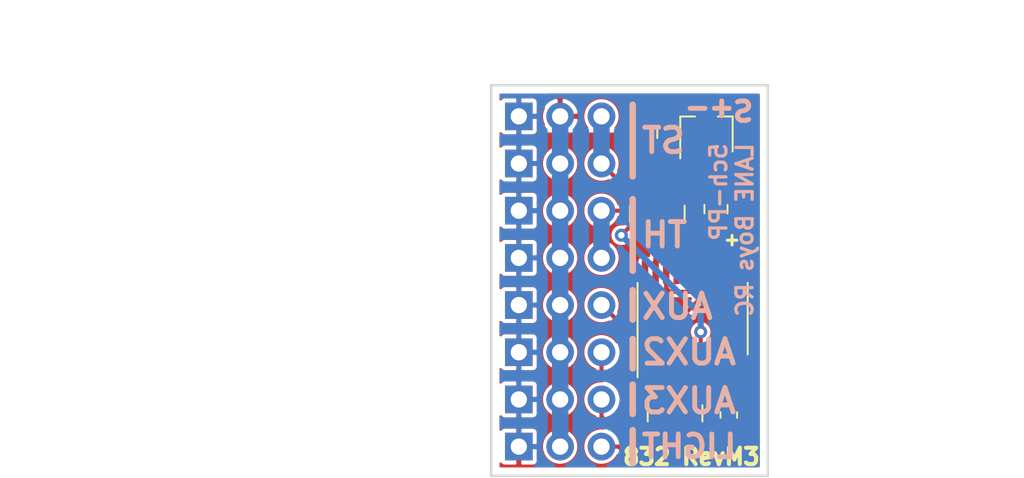
<source format=kicad_pcb>
(kicad_pcb (version 20171130) (host pcbnew 5.1.10-88a1d61d58~88~ubuntu18.04.1)

  (general
    (thickness 1)
    (drawings 24)
    (tracks 92)
    (zones 0)
    (modules 15)
    (nets 16)
  )

  (page User 215.9 139.7)
  (title_block
    (title "Pre-processor for RC Light Controller ")
    (date 2017-03-14)
    (rev 1)
    (company "LANE Boys RC")
  )

  (layers
    (0 F.Cu signal)
    (31 B.Cu signal)
    (32 B.Adhes user hide)
    (33 F.Adhes user hide)
    (34 B.Paste user hide)
    (35 F.Paste user hide)
    (36 B.SilkS user)
    (37 F.SilkS user)
    (38 B.Mask user hide)
    (39 F.Mask user hide)
    (40 Dwgs.User user hide)
    (41 Cmts.User user)
    (42 Eco1.User user hide)
    (43 Eco2.User user hide)
    (44 Edge.Cuts user)
    (45 Margin user hide)
    (46 B.CrtYd user hide)
    (47 F.CrtYd user)
    (48 B.Fab user hide)
    (49 F.Fab user)
  )

  (setup
    (last_trace_width 0.254)
    (user_trace_width 0.2032)
    (user_trace_width 0.2286)
    (user_trace_width 0.381)
    (user_trace_width 0.508)
    (user_trace_width 0.762)
    (user_trace_width 1.016)
    (trace_clearance 0.1524)
    (zone_clearance 0.2032)
    (zone_45_only no)
    (trace_min 0.1524)
    (via_size 0.8)
    (via_drill 0.4)
    (via_min_size 0.4)
    (via_min_drill 0.3)
    (uvia_size 0.3)
    (uvia_drill 0.1)
    (uvias_allowed no)
    (uvia_min_size 0)
    (uvia_min_drill 0)
    (edge_width 0.15)
    (segment_width 0.4)
    (pcb_text_width 0.3)
    (pcb_text_size 1.5 1.5)
    (mod_edge_width 0.15)
    (mod_text_size 1 1)
    (mod_text_width 0.15)
    (pad_size 1.524 1.524)
    (pad_drill 0.762)
    (pad_to_mask_clearance 0)
    (aux_axis_origin 114.3 66.04)
    (grid_origin 114.3 66.04)
    (visible_elements 7FFFFF7F)
    (pcbplotparams
      (layerselection 0x010f0_ffffffff)
      (usegerberextensions false)
      (usegerberattributes false)
      (usegerberadvancedattributes false)
      (creategerberjobfile false)
      (excludeedgelayer true)
      (linewidth 0.100000)
      (plotframeref false)
      (viasonmask false)
      (mode 1)
      (useauxorigin false)
      (hpglpennumber 1)
      (hpglpenspeed 20)
      (hpglpendiameter 15.000000)
      (psnegative false)
      (psa4output false)
      (plotreference false)
      (plotvalue false)
      (plotinvisibletext false)
      (padsonsilk false)
      (subtractmaskfromsilk false)
      (outputformat 1)
      (mirror false)
      (drillshape 0)
      (scaleselection 1)
      (outputdirectory "gerber/"))
  )

  (net 0 "")
  (net 1 VCC)
  (net 2 GND)
  (net 3 +3V3)
  (net 4 /ST)
  (net 5 /TH)
  (net 6 /AUX)
  (net 7 /LIGHT)
  (net 8 /AUX2)
  (net 9 /AUX3)
  (net 10 /ST_IN)
  (net 11 /TH_IN)
  (net 12 /AUX_IN)
  (net 13 /LIGHT_OUT)
  (net 14 /AUX2_IN)
  (net 15 /AUX3_IN)

  (net_class Default "This is the default net class."
    (clearance 0.1524)
    (trace_width 0.254)
    (via_dia 0.8)
    (via_drill 0.4)
    (uvia_dia 0.3)
    (uvia_drill 0.1)
    (add_net +3V3)
    (add_net /AUX)
    (add_net /AUX2)
    (add_net /AUX2_IN)
    (add_net /AUX3)
    (add_net /AUX3_IN)
    (add_net /AUX_IN)
    (add_net /LIGHT)
    (add_net /LIGHT_OUT)
    (add_net /ST)
    (add_net /ST_IN)
    (add_net /TH)
    (add_net /TH_IN)
    (add_net GND)
    (add_net VCC)
  )

  (module Package_SO:TSSOP-20_4.4x6.5mm_P0.65mm (layer F.Cu) (tedit 5E476F32) (tstamp 6072C74F)
    (at 126.6825 56.388 90)
    (descr "TSSOP, 20 Pin (JEDEC MO-153 Var AC https://www.jedec.org/document_search?search_api_views_fulltext=MO-153), generated with kicad-footprint-generator ipc_gullwing_generator.py")
    (tags "TSSOP SO")
    (path /6072E63F)
    (attr smd)
    (fp_text reference U2 (at 0 -4.2 90) (layer F.SilkS) hide
      (effects (font (size 1 1) (thickness 0.15)))
    )
    (fp_text value LPC832M101FDH20 (at 3.048 -3.8227 180) (layer F.Fab)
      (effects (font (size 1 1) (thickness 0.15)))
    )
    (fp_line (start 0 3.385) (end 2.2 3.385) (layer F.SilkS) (width 0.12))
    (fp_line (start 0 3.385) (end -2.2 3.385) (layer F.SilkS) (width 0.12))
    (fp_line (start 0 -3.385) (end 2.2 -3.385) (layer F.SilkS) (width 0.12))
    (fp_line (start 0 -3.385) (end -3.6 -3.385) (layer F.SilkS) (width 0.12))
    (fp_line (start -1.2 -3.25) (end 2.2 -3.25) (layer F.Fab) (width 0.1))
    (fp_line (start 2.2 -3.25) (end 2.2 3.25) (layer F.Fab) (width 0.1))
    (fp_line (start 2.2 3.25) (end -2.2 3.25) (layer F.Fab) (width 0.1))
    (fp_line (start -2.2 3.25) (end -2.2 -2.25) (layer F.Fab) (width 0.1))
    (fp_line (start -2.2 -2.25) (end -1.2 -3.25) (layer F.Fab) (width 0.1))
    (fp_line (start -3.85 -3.5) (end -3.85 3.5) (layer F.CrtYd) (width 0.05))
    (fp_line (start -3.85 3.5) (end 3.85 3.5) (layer F.CrtYd) (width 0.05))
    (fp_line (start 3.85 3.5) (end 3.85 -3.5) (layer F.CrtYd) (width 0.05))
    (fp_line (start 3.85 -3.5) (end -3.85 -3.5) (layer F.CrtYd) (width 0.05))
    (fp_text user %R (at 0 0 90) (layer F.Fab)
      (effects (font (size 1 1) (thickness 0.15)))
    )
    (pad 20 smd roundrect (at 2.8625 -2.925 90) (size 1.475 0.4) (layers F.Cu F.Paste F.Mask) (roundrect_rratio 0.25))
    (pad 19 smd roundrect (at 2.8625 -2.275 90) (size 1.475 0.4) (layers F.Cu F.Paste F.Mask) (roundrect_rratio 0.25)
      (net 4 /ST))
    (pad 18 smd roundrect (at 2.8625 -1.625 90) (size 1.475 0.4) (layers F.Cu F.Paste F.Mask) (roundrect_rratio 0.25)
      (net 3 +3V3))
    (pad 17 smd roundrect (at 2.8625 -0.975 90) (size 1.475 0.4) (layers F.Cu F.Paste F.Mask) (roundrect_rratio 0.25)
      (net 2 GND))
    (pad 16 smd roundrect (at 2.8625 -0.325 90) (size 1.475 0.4) (layers F.Cu F.Paste F.Mask) (roundrect_rratio 0.25)
      (net 2 GND))
    (pad 15 smd roundrect (at 2.8625 0.325 90) (size 1.475 0.4) (layers F.Cu F.Paste F.Mask) (roundrect_rratio 0.25)
      (net 3 +3V3))
    (pad 14 smd roundrect (at 2.8625 0.975 90) (size 1.475 0.4) (layers F.Cu F.Paste F.Mask) (roundrect_rratio 0.25)
      (net 8 /AUX2))
    (pad 13 smd roundrect (at 2.8625 1.625 90) (size 1.475 0.4) (layers F.Cu F.Paste F.Mask) (roundrect_rratio 0.25))
    (pad 12 smd roundrect (at 2.8625 2.275 90) (size 1.475 0.4) (layers F.Cu F.Paste F.Mask) (roundrect_rratio 0.25))
    (pad 11 smd roundrect (at 2.8625 2.925 90) (size 1.475 0.4) (layers F.Cu F.Paste F.Mask) (roundrect_rratio 0.25))
    (pad 10 smd roundrect (at -2.8625 2.925 90) (size 1.475 0.4) (layers F.Cu F.Paste F.Mask) (roundrect_rratio 0.25))
    (pad 9 smd roundrect (at -2.8625 2.275 90) (size 1.475 0.4) (layers F.Cu F.Paste F.Mask) (roundrect_rratio 0.25)
      (net 9 /AUX3))
    (pad 8 smd roundrect (at -2.8625 1.625 90) (size 1.475 0.4) (layers F.Cu F.Paste F.Mask) (roundrect_rratio 0.25))
    (pad 7 smd roundrect (at -2.8625 0.975 90) (size 1.475 0.4) (layers F.Cu F.Paste F.Mask) (roundrect_rratio 0.25))
    (pad 6 smd roundrect (at -2.8625 0.325 90) (size 1.475 0.4) (layers F.Cu F.Paste F.Mask) (roundrect_rratio 0.25)
      (net 5 /TH))
    (pad 5 smd roundrect (at -2.8625 -0.325 90) (size 1.475 0.4) (layers F.Cu F.Paste F.Mask) (roundrect_rratio 0.25))
    (pad 4 smd roundrect (at -2.8625 -0.975 90) (size 1.475 0.4) (layers F.Cu F.Paste F.Mask) (roundrect_rratio 0.25)
      (net 7 /LIGHT))
    (pad 3 smd roundrect (at -2.8625 -1.625 90) (size 1.475 0.4) (layers F.Cu F.Paste F.Mask) (roundrect_rratio 0.25)
      (net 6 /AUX))
    (pad 2 smd roundrect (at -2.8625 -2.275 90) (size 1.475 0.4) (layers F.Cu F.Paste F.Mask) (roundrect_rratio 0.25))
    (pad 1 smd roundrect (at -2.8625 -2.925 90) (size 1.475 0.4) (layers F.Cu F.Paste F.Mask) (roundrect_rratio 0.25))
    (model ${KISYS3DMOD}/Package_SO.3dshapes/TSSOP-20_4.4x6.5mm_P0.65mm.wrl
      (at (xyz 0 0 0))
      (scale (xyz 1 1 1))
      (rotate (xyz 0 0 0))
    )
  )

  (module Resistor_SMD:R_Array_Convex_4x0603 (layer F.Cu) (tedit 58E0A8B2) (tstamp 609C5C5C)
    (at 124.5108 49.9364 270)
    (descr "Chip Resistor Network, ROHM MNR14 (see mnr_g.pdf)")
    (tags "resistor array")
    (path /6028CA7F)
    (attr smd)
    (fp_text reference RN2 (at 0 -2.8 90) (layer F.SilkS) hide
      (effects (font (size 1 1) (thickness 0.15)))
    )
    (fp_text value 1K (at 0 2.8 180) (layer F.Fab)
      (effects (font (size 1 1) (thickness 0.15)))
    )
    (fp_line (start -0.8 -1.6) (end 0.8 -1.6) (layer F.Fab) (width 0.1))
    (fp_line (start 0.8 -1.6) (end 0.8 1.6) (layer F.Fab) (width 0.1))
    (fp_line (start 0.8 1.6) (end -0.8 1.6) (layer F.Fab) (width 0.1))
    (fp_line (start -0.8 1.6) (end -0.8 -1.6) (layer F.Fab) (width 0.1))
    (fp_line (start 0.5 1.68) (end -0.5 1.68) (layer F.SilkS) (width 0.12))
    (fp_line (start 0.5 -1.68) (end -0.5 -1.68) (layer F.SilkS) (width 0.12))
    (fp_line (start -1.55 -1.85) (end 1.55 -1.85) (layer F.CrtYd) (width 0.05))
    (fp_line (start -1.55 -1.85) (end -1.55 1.85) (layer F.CrtYd) (width 0.05))
    (fp_line (start 1.55 1.85) (end 1.55 -1.85) (layer F.CrtYd) (width 0.05))
    (fp_line (start 1.55 1.85) (end -1.55 1.85) (layer F.CrtYd) (width 0.05))
    (fp_text user %R (at 0 0) (layer F.Fab)
      (effects (font (size 0.5 0.5) (thickness 0.075)))
    )
    (pad 5 smd rect (at 0.9 1.2 270) (size 0.8 0.5) (layers F.Cu F.Paste F.Mask)
      (net 5 /TH))
    (pad 6 smd rect (at 0.9 0.4 270) (size 0.8 0.4) (layers F.Cu F.Paste F.Mask)
      (net 4 /ST))
    (pad 8 smd rect (at 0.9 -1.2 270) (size 0.8 0.5) (layers F.Cu F.Paste F.Mask))
    (pad 7 smd rect (at 0.9 -0.4 270) (size 0.8 0.4) (layers F.Cu F.Paste F.Mask))
    (pad 4 smd rect (at -0.9 1.2 270) (size 0.8 0.5) (layers F.Cu F.Paste F.Mask)
      (net 11 /TH_IN))
    (pad 2 smd rect (at -0.9 -0.4 270) (size 0.8 0.4) (layers F.Cu F.Paste F.Mask))
    (pad 3 smd rect (at -0.9 0.4 270) (size 0.8 0.4) (layers F.Cu F.Paste F.Mask)
      (net 10 /ST_IN))
    (pad 1 smd rect (at -0.9 -1.2 270) (size 0.8 0.5) (layers F.Cu F.Paste F.Mask))
    (model ${KISYS3DMOD}/Resistor_SMD.3dshapes/R_Array_Convex_4x0603.wrl
      (at (xyz 0 0 0))
      (scale (xyz 1 1 1))
      (rotate (xyz 0 0 0))
    )
  )

  (module Package_TO_SOT_SMD:SOT-23W (layer F.Cu) (tedit 5A02FF57) (tstamp 5D286456)
    (at 127.5334 45.0342 90)
    (descr "SOT-23W http://www.allegromicro.com/~/media/Files/Datasheets/A112x-Datasheet.ashx?la=en&hash=7BC461E058CC246E0BAB62433B2F1ECA104CA9D3")
    (tags SOT-23W)
    (path /58AF9BBC)
    (attr smd)
    (fp_text reference U1 (at 0 -2.5 90) (layer F.SilkS) hide
      (effects (font (size 1 1) (thickness 0.15)))
    )
    (fp_text value MCP1703T-3302E/CB (at 1.9304 6.6802 180) (layer F.Fab)
      (effects (font (size 1 1) (thickness 0.15)))
    )
    (fp_line (start 1.075 -1.61) (end 1.075 -0.7) (layer F.SilkS) (width 0.12))
    (fp_line (start 1.075 0.7) (end 1.075 1.61) (layer F.SilkS) (width 0.12))
    (fp_line (start -1.5 -1.61) (end 1.075 -1.61) (layer F.SilkS) (width 0.12))
    (fp_line (start -1.075 1.61) (end 1.075 1.61) (layer F.SilkS) (width 0.12))
    (fp_line (start -0.955 -0.49) (end -0.955 1.49) (layer F.Fab) (width 0.1))
    (fp_line (start 0.045 -1.49) (end 0.955 -1.49) (layer F.Fab) (width 0.1))
    (fp_line (start -0.955 -0.49) (end 0.045 -1.49) (layer F.Fab) (width 0.1))
    (fp_line (start 0.955 -1.49) (end 0.955 1.49) (layer F.Fab) (width 0.1))
    (fp_line (start -0.955 1.49) (end 0.955 1.49) (layer F.Fab) (width 0.1))
    (fp_line (start -1.95 -1.74) (end 1.95 -1.74) (layer F.CrtYd) (width 0.05))
    (fp_line (start 1.95 -1.74) (end 1.95 1.74) (layer F.CrtYd) (width 0.05))
    (fp_line (start 1.95 1.74) (end -1.95 1.74) (layer F.CrtYd) (width 0.05))
    (fp_line (start -1.95 1.74) (end -1.95 -1.74) (layer F.CrtYd) (width 0.05))
    (fp_text user %R (at 0 0) (layer F.Fab)
      (effects (font (size 0.5 0.5) (thickness 0.075)))
    )
    (pad 3 smd rect (at 1.2 0 90) (size 1 0.7) (layers F.Cu F.Paste F.Mask)
      (net 1 VCC))
    (pad 2 smd rect (at -1.2 0.95 90) (size 1 0.7) (layers F.Cu F.Paste F.Mask)
      (net 3 +3V3))
    (pad 1 smd rect (at -1.2 -0.95 90) (size 1 0.7) (layers F.Cu F.Paste F.Mask)
      (net 2 GND))
    (model ${KISYS3DMOD}/Package_TO_SOT_SMD.3dshapes/SOT-23W.wrl
      (at (xyz 0 0 0))
      (scale (xyz 1 1 1))
      (rotate (xyz 0 0 0))
    )
  )

  (module Resistor_SMD:R_Array_Convex_4x0603 (layer F.Cu) (tedit 58E0A8B2) (tstamp 601F593A)
    (at 125.603 62.2046 90)
    (descr "Chip Resistor Network, ROHM MNR14 (see mnr_g.pdf)")
    (tags "resistor array")
    (path /6020567D)
    (attr smd)
    (fp_text reference RN1 (at 0 -2.8 90) (layer F.SilkS) hide
      (effects (font (size 1 1) (thickness 0.15)))
    )
    (fp_text value 1K (at 0 -2.8448 180) (layer F.Fab)
      (effects (font (size 1 1) (thickness 0.15)))
    )
    (fp_line (start -0.8 -1.6) (end 0.8 -1.6) (layer F.Fab) (width 0.1))
    (fp_line (start 0.8 -1.6) (end 0.8 1.6) (layer F.Fab) (width 0.1))
    (fp_line (start 0.8 1.6) (end -0.8 1.6) (layer F.Fab) (width 0.1))
    (fp_line (start -0.8 1.6) (end -0.8 -1.6) (layer F.Fab) (width 0.1))
    (fp_line (start 0.5 1.68) (end -0.5 1.68) (layer F.SilkS) (width 0.12))
    (fp_line (start 0.5 -1.68) (end -0.5 -1.68) (layer F.SilkS) (width 0.12))
    (fp_line (start -1.55 -1.85) (end 1.55 -1.85) (layer F.CrtYd) (width 0.05))
    (fp_line (start -1.55 -1.85) (end -1.55 1.85) (layer F.CrtYd) (width 0.05))
    (fp_line (start 1.55 1.85) (end 1.55 -1.85) (layer F.CrtYd) (width 0.05))
    (fp_line (start 1.55 1.85) (end -1.55 1.85) (layer F.CrtYd) (width 0.05))
    (fp_text user %R (at 0 0) (layer F.Fab)
      (effects (font (size 0.5 0.5) (thickness 0.075)))
    )
    (pad 5 smd rect (at 0.9 1.2 90) (size 0.8 0.5) (layers F.Cu F.Paste F.Mask)
      (net 7 /LIGHT))
    (pad 6 smd rect (at 0.9 0.4 90) (size 0.8 0.4) (layers F.Cu F.Paste F.Mask)
      (net 9 /AUX3))
    (pad 8 smd rect (at 0.9 -1.2 90) (size 0.8 0.5) (layers F.Cu F.Paste F.Mask)
      (net 6 /AUX))
    (pad 7 smd rect (at 0.9 -0.4 90) (size 0.8 0.4) (layers F.Cu F.Paste F.Mask)
      (net 8 /AUX2))
    (pad 4 smd rect (at -0.9 1.2 90) (size 0.8 0.5) (layers F.Cu F.Paste F.Mask)
      (net 13 /LIGHT_OUT))
    (pad 2 smd rect (at -0.9 -0.4 90) (size 0.8 0.4) (layers F.Cu F.Paste F.Mask)
      (net 14 /AUX2_IN))
    (pad 3 smd rect (at -0.9 0.4 90) (size 0.8 0.4) (layers F.Cu F.Paste F.Mask)
      (net 15 /AUX3_IN))
    (pad 1 smd rect (at -0.9 -1.2 90) (size 0.8 0.5) (layers F.Cu F.Paste F.Mask)
      (net 12 /AUX_IN))
    (model ${KISYS3DMOD}/Resistor_SMD.3dshapes/R_Array_Convex_4x0603.wrl
      (at (xyz 0 0 0))
      (scale (xyz 1 1 1))
      (rotate (xyz 0 0 0))
    )
  )

  (module Connector_PinHeader_2.54mm:PinHeader_1x03_P2.54mm_Vertical (layer B.Cu) (tedit 5D281D1F) (tstamp 5D28C293)
    (at 116 61.35 270)
    (descr "Through hole straight pin header, 1x03, 2.54mm pitch, single row")
    (tags "Through hole pin header THT 1x03 2.54mm single row")
    (path /5D287718)
    (fp_text reference P8 (at 0 2.33 270) (layer B.SilkS) hide
      (effects (font (size 1 1) (thickness 0.15)) (justify mirror))
    )
    (fp_text value AUX3-IN (at 0 -7.41 270) (layer B.Fab)
      (effects (font (size 1 1) (thickness 0.15)) (justify mirror))
    )
    (fp_line (start 1.8 1.8) (end -1.8 1.8) (layer B.CrtYd) (width 0.05))
    (fp_line (start 1.8 -6.85) (end 1.8 1.8) (layer B.CrtYd) (width 0.05))
    (fp_line (start -1.8 -6.85) (end 1.8 -6.85) (layer B.CrtYd) (width 0.05))
    (fp_line (start -1.8 1.8) (end -1.8 -6.85) (layer B.CrtYd) (width 0.05))
    (fp_line (start -1.27 0.635) (end -0.635 1.27) (layer B.Fab) (width 0.1))
    (fp_line (start -1.27 -6.35) (end -1.27 0.635) (layer B.Fab) (width 0.1))
    (fp_line (start 1.27 -6.35) (end -1.27 -6.35) (layer B.Fab) (width 0.1))
    (fp_line (start 1.27 1.27) (end 1.27 -6.35) (layer B.Fab) (width 0.1))
    (fp_line (start -0.635 1.27) (end 1.27 1.27) (layer B.Fab) (width 0.1))
    (fp_text user %R (at 0 -2.54 180) (layer B.Fab)
      (effects (font (size 1 1) (thickness 0.15)) (justify mirror))
    )
    (pad 1 thru_hole rect (at 0 0 270) (size 1.7 1.7) (drill 1) (layers *.Cu *.Mask)
      (net 2 GND))
    (pad 2 thru_hole oval (at 0 -2.54 270) (size 1.7 1.7) (drill 1) (layers *.Cu *.Mask)
      (net 1 VCC))
    (pad 3 thru_hole oval (at 0 -5.08 270) (size 1.7 1.7) (drill 1) (layers *.Cu *.Mask)
      (net 15 /AUX3_IN))
    (model ${KISYS3DMOD}/Connector_PinHeader_2.54mm.3dshapes/PinHeader_1x03_P2.54mm_Vertical.wrl
      (at (xyz 0 0 0))
      (scale (xyz 1 1 1))
      (rotate (xyz 0 0 0))
    )
  )

  (module Connector_PinHeader_2.54mm:PinHeader_1x03_P2.54mm_Vertical (layer B.Cu) (tedit 5D281D12) (tstamp 5D28C27C)
    (at 116 58.45 270)
    (descr "Through hole straight pin header, 1x03, 2.54mm pitch, single row")
    (tags "Through hole pin header THT 1x03 2.54mm single row")
    (path /5D282BAE)
    (fp_text reference P7 (at 0 2.33 270) (layer B.SilkS) hide
      (effects (font (size 1 1) (thickness 0.15) italic) (justify mirror))
    )
    (fp_text value AUX2-IN (at 0 -7.41 270) (layer B.Fab)
      (effects (font (size 1 1) (thickness 0.15)) (justify mirror))
    )
    (fp_line (start 1.8 1.8) (end -1.8 1.8) (layer B.CrtYd) (width 0.05))
    (fp_line (start 1.8 -6.85) (end 1.8 1.8) (layer B.CrtYd) (width 0.05))
    (fp_line (start -1.8 -6.85) (end 1.8 -6.85) (layer B.CrtYd) (width 0.05))
    (fp_line (start -1.8 1.8) (end -1.8 -6.85) (layer B.CrtYd) (width 0.05))
    (fp_line (start -1.27 0.635) (end -0.635 1.27) (layer B.Fab) (width 0.1))
    (fp_line (start -1.27 -6.35) (end -1.27 0.635) (layer B.Fab) (width 0.1))
    (fp_line (start 1.27 -6.35) (end -1.27 -6.35) (layer B.Fab) (width 0.1))
    (fp_line (start 1.27 1.27) (end 1.27 -6.35) (layer B.Fab) (width 0.1))
    (fp_line (start -0.635 1.27) (end 1.27 1.27) (layer B.Fab) (width 0.1))
    (fp_text user %R (at 0 -2.54 180) (layer B.Fab)
      (effects (font (size 1 1) (thickness 0.15)) (justify mirror))
    )
    (pad 1 thru_hole rect (at 0 0 270) (size 1.7 1.7) (drill 1) (layers *.Cu *.Mask)
      (net 2 GND))
    (pad 2 thru_hole oval (at 0 -2.54 270) (size 1.7 1.7) (drill 1) (layers *.Cu *.Mask)
      (net 1 VCC))
    (pad 3 thru_hole oval (at 0 -5.08 270) (size 1.7 1.7) (drill 1) (layers *.Cu *.Mask)
      (net 14 /AUX2_IN))
    (model ${KISYS3DMOD}/Connector_PinHeader_2.54mm.3dshapes/PinHeader_1x03_P2.54mm_Vertical.wrl
      (at (xyz 0 0 0))
      (scale (xyz 1 1 1))
      (rotate (xyz 0 0 0))
    )
  )

  (module Connector_PinHeader_2.54mm:PinHeader_1x03_P2.54mm_Vertical (layer B.Cu) (tedit 5D281D05) (tstamp 5D28DFB7)
    (at 116 64.25 270)
    (descr "Through hole straight pin header, 1x03, 2.54mm pitch, single row")
    (tags "Through hole pin header THT 1x03 2.54mm single row")
    (path /58AF9DBB)
    (fp_text reference P6 (at 0 2.33 270) (layer B.SilkS) hide
      (effects (font (size 1 1) (thickness 0.15)) (justify mirror))
    )
    (fp_text value "LIGHT CONTROLLER" (at 0 -7.41 270) (layer B.Fab)
      (effects (font (size 1 1) (thickness 0.15)) (justify mirror))
    )
    (fp_line (start 1.8 1.8) (end -1.8 1.8) (layer B.CrtYd) (width 0.05))
    (fp_line (start 1.8 -6.85) (end 1.8 1.8) (layer B.CrtYd) (width 0.05))
    (fp_line (start -1.8 -6.85) (end 1.8 -6.85) (layer B.CrtYd) (width 0.05))
    (fp_line (start -1.8 1.8) (end -1.8 -6.85) (layer B.CrtYd) (width 0.05))
    (fp_line (start -1.27 0.635) (end -0.635 1.27) (layer B.Fab) (width 0.1))
    (fp_line (start -1.27 -6.35) (end -1.27 0.635) (layer B.Fab) (width 0.1))
    (fp_line (start 1.27 -6.35) (end -1.27 -6.35) (layer B.Fab) (width 0.1))
    (fp_line (start 1.27 1.27) (end 1.27 -6.35) (layer B.Fab) (width 0.1))
    (fp_line (start -0.635 1.27) (end 1.27 1.27) (layer B.Fab) (width 0.1))
    (fp_text user %R (at 0 -2.54 180) (layer B.Fab)
      (effects (font (size 1 1) (thickness 0.15)) (justify mirror))
    )
    (pad 1 thru_hole rect (at 0 0 270) (size 1.7 1.7) (drill 1) (layers *.Cu *.Mask)
      (net 2 GND))
    (pad 2 thru_hole oval (at 0 -2.54 270) (size 1.7 1.7) (drill 1) (layers *.Cu *.Mask)
      (net 1 VCC))
    (pad 3 thru_hole oval (at 0 -5.08 270) (size 1.7 1.7) (drill 1) (layers *.Cu *.Mask)
      (net 13 /LIGHT_OUT))
    (model ${KISYS3DMOD}/Connector_PinHeader_2.54mm.3dshapes/PinHeader_1x03_P2.54mm_Vertical.wrl
      (at (xyz 0 0 0))
      (scale (xyz 1 1 1))
      (rotate (xyz 0 0 0))
    )
  )

  (module Connector_PinHeader_2.54mm:PinHeader_1x03_P2.54mm_Vertical (layer B.Cu) (tedit 5D281CF7) (tstamp 5D28C250)
    (at 116 55.55 270)
    (descr "Through hole straight pin header, 1x03, 2.54mm pitch, single row")
    (tags "Through hole pin header THT 1x03 2.54mm single row")
    (path /58AF9D7F)
    (fp_text reference P5 (at 0 2.33 270) (layer B.SilkS) hide
      (effects (font (size 1 1) (thickness 0.15)) (justify mirror))
    )
    (fp_text value AUX-IN (at 0 -7.41 270) (layer B.Fab)
      (effects (font (size 1 1) (thickness 0.15)) (justify mirror))
    )
    (fp_line (start 1.8 1.8) (end -1.8 1.8) (layer B.CrtYd) (width 0.05))
    (fp_line (start 1.8 -6.85) (end 1.8 1.8) (layer B.CrtYd) (width 0.05))
    (fp_line (start -1.8 -6.85) (end 1.8 -6.85) (layer B.CrtYd) (width 0.05))
    (fp_line (start -1.8 1.8) (end -1.8 -6.85) (layer B.CrtYd) (width 0.05))
    (fp_line (start -1.27 0.635) (end -0.635 1.27) (layer B.Fab) (width 0.1))
    (fp_line (start -1.27 -6.35) (end -1.27 0.635) (layer B.Fab) (width 0.1))
    (fp_line (start 1.27 -6.35) (end -1.27 -6.35) (layer B.Fab) (width 0.1))
    (fp_line (start 1.27 1.27) (end 1.27 -6.35) (layer B.Fab) (width 0.1))
    (fp_line (start -0.635 1.27) (end 1.27 1.27) (layer B.Fab) (width 0.1))
    (fp_text user %R (at 0 -2.54 180) (layer B.Fab)
      (effects (font (size 1 1) (thickness 0.15)) (justify mirror))
    )
    (pad 1 thru_hole rect (at 0 0 270) (size 1.7 1.7) (drill 1) (layers *.Cu *.Mask)
      (net 2 GND))
    (pad 2 thru_hole oval (at 0 -2.54 270) (size 1.7 1.7) (drill 1) (layers *.Cu *.Mask)
      (net 1 VCC))
    (pad 3 thru_hole oval (at 0 -5.08 270) (size 1.7 1.7) (drill 1) (layers *.Cu *.Mask)
      (net 12 /AUX_IN))
    (model ${KISYS3DMOD}/Connector_PinHeader_2.54mm.3dshapes/PinHeader_1x03_P2.54mm_Vertical.wrl
      (at (xyz 0 0 0))
      (scale (xyz 1 1 1))
      (rotate (xyz 0 0 0))
    )
  )

  (module Connector_PinHeader_2.54mm:PinHeader_1x03_P2.54mm_Vertical (layer B.Cu) (tedit 5D281CEB) (tstamp 5D28C224)
    (at 116 49.75 270)
    (descr "Through hole straight pin header, 1x03, 2.54mm pitch, single row")
    (tags "Through hole pin header THT 1x03 2.54mm single row")
    (path /58AF9CE6)
    (fp_text reference P3 (at 0 2.33 270) (layer B.SilkS) hide
      (effects (font (size 1 1) (thickness 0.15)) (justify mirror))
    )
    (fp_text value TH-IN (at 0 -7.41 270) (layer B.Fab)
      (effects (font (size 1 1) (thickness 0.15)) (justify mirror))
    )
    (fp_line (start 1.8 1.8) (end -1.8 1.8) (layer B.CrtYd) (width 0.05))
    (fp_line (start 1.8 -6.85) (end 1.8 1.8) (layer B.CrtYd) (width 0.05))
    (fp_line (start -1.8 -6.85) (end 1.8 -6.85) (layer B.CrtYd) (width 0.05))
    (fp_line (start -1.8 1.8) (end -1.8 -6.85) (layer B.CrtYd) (width 0.05))
    (fp_line (start -1.27 0.635) (end -0.635 1.27) (layer B.Fab) (width 0.1))
    (fp_line (start -1.27 -6.35) (end -1.27 0.635) (layer B.Fab) (width 0.1))
    (fp_line (start 1.27 -6.35) (end -1.27 -6.35) (layer B.Fab) (width 0.1))
    (fp_line (start 1.27 1.27) (end 1.27 -6.35) (layer B.Fab) (width 0.1))
    (fp_line (start -0.635 1.27) (end 1.27 1.27) (layer B.Fab) (width 0.1))
    (fp_text user %R (at 0 -2.54 180) (layer B.Fab)
      (effects (font (size 1 1) (thickness 0.15)) (justify mirror))
    )
    (pad 1 thru_hole rect (at 0 0 270) (size 1.7 1.7) (drill 1) (layers *.Cu *.Mask)
      (net 2 GND))
    (pad 2 thru_hole oval (at 0 -2.54 270) (size 1.7 1.7) (drill 1) (layers *.Cu *.Mask)
      (net 1 VCC))
    (pad 3 thru_hole oval (at 0 -5.08 270) (size 1.7 1.7) (drill 1) (layers *.Cu *.Mask)
      (net 11 /TH_IN))
    (model ${KISYS3DMOD}/Connector_PinHeader_2.54mm.3dshapes/PinHeader_1x03_P2.54mm_Vertical.wrl
      (at (xyz 0 0 0))
      (scale (xyz 1 1 1))
      (rotate (xyz 0 0 0))
    )
  )

  (module Connector_PinHeader_2.54mm:PinHeader_1x03_P2.54mm_Vertical (layer B.Cu) (tedit 5D281CDF) (tstamp 5D28C33F)
    (at 116 43.95 270)
    (descr "Through hole straight pin header, 1x03, 2.54mm pitch, single row")
    (tags "Through hole pin header THT 1x03 2.54mm single row")
    (path /58AF9CB3)
    (fp_text reference P2 (at 0 2.33 270) (layer B.SilkS) hide
      (effects (font (size 1 1) (thickness 0.15)) (justify mirror))
    )
    (fp_text value ST-OUT (at 0 -7.41 270) (layer B.Fab)
      (effects (font (size 1 1) (thickness 0.15)) (justify mirror))
    )
    (fp_line (start -0.635 1.27) (end 1.27 1.27) (layer B.Fab) (width 0.1))
    (fp_line (start 1.27 1.27) (end 1.27 -6.35) (layer B.Fab) (width 0.1))
    (fp_line (start 1.27 -6.35) (end -1.27 -6.35) (layer B.Fab) (width 0.1))
    (fp_line (start -1.27 -6.35) (end -1.27 0.635) (layer B.Fab) (width 0.1))
    (fp_line (start -1.27 0.635) (end -0.635 1.27) (layer B.Fab) (width 0.1))
    (fp_line (start -1.8 1.8) (end -1.8 -6.85) (layer B.CrtYd) (width 0.05))
    (fp_line (start -1.8 -6.85) (end 1.8 -6.85) (layer B.CrtYd) (width 0.05))
    (fp_line (start 1.8 -6.85) (end 1.8 1.8) (layer B.CrtYd) (width 0.05))
    (fp_line (start 1.8 1.8) (end -1.8 1.8) (layer B.CrtYd) (width 0.05))
    (fp_text user %R (at 0 -2.54 180) (layer B.Fab)
      (effects (font (size 1 1) (thickness 0.15)) (justify mirror))
    )
    (pad 3 thru_hole oval (at 0 -5.08 270) (size 1.7 1.7) (drill 1) (layers *.Cu *.Mask)
      (net 10 /ST_IN))
    (pad 2 thru_hole oval (at 0 -2.54 270) (size 1.7 1.7) (drill 1) (layers *.Cu *.Mask)
      (net 1 VCC))
    (pad 1 thru_hole rect (at 0 0 270) (size 1.7 1.7) (drill 1) (layers *.Cu *.Mask)
      (net 2 GND))
    (model ${KISYS3DMOD}/Connector_PinHeader_2.54mm.3dshapes/PinHeader_1x03_P2.54mm_Vertical.wrl
      (at (xyz 0 0 0))
      (scale (xyz 1 1 1))
      (rotate (xyz 0 0 0))
    )
  )

  (module Connector_PinHeader_2.54mm:PinHeader_1x03_P2.54mm_Vertical (layer B.Cu) (tedit 5D281CD3) (tstamp 5D28C1F8)
    (at 116 46.85 270)
    (descr "Through hole straight pin header, 1x03, 2.54mm pitch, single row")
    (tags "Through hole pin header THT 1x03 2.54mm single row")
    (path /58AF9C1E)
    (fp_text reference P1 (at 0 2.33 270) (layer B.SilkS) hide
      (effects (font (size 1 1) (thickness 0.15)) (justify mirror))
    )
    (fp_text value ST-IN (at 0 -7.41 270) (layer B.Fab)
      (effects (font (size 1 1) (thickness 0.15)) (justify mirror))
    )
    (fp_line (start -0.635 1.27) (end 1.27 1.27) (layer B.Fab) (width 0.1))
    (fp_line (start 1.27 1.27) (end 1.27 -6.35) (layer B.Fab) (width 0.1))
    (fp_line (start 1.27 -6.35) (end -1.27 -6.35) (layer B.Fab) (width 0.1))
    (fp_line (start -1.27 -6.35) (end -1.27 0.635) (layer B.Fab) (width 0.1))
    (fp_line (start -1.27 0.635) (end -0.635 1.27) (layer B.Fab) (width 0.1))
    (fp_line (start -1.8 1.8) (end -1.8 -6.85) (layer B.CrtYd) (width 0.05))
    (fp_line (start -1.8 -6.85) (end 1.8 -6.85) (layer B.CrtYd) (width 0.05))
    (fp_line (start 1.8 -6.85) (end 1.8 1.8) (layer B.CrtYd) (width 0.05))
    (fp_line (start 1.8 1.8) (end -1.8 1.8) (layer B.CrtYd) (width 0.05))
    (fp_text user %R (at 0 -2.54 180) (layer B.Fab)
      (effects (font (size 1 1) (thickness 0.15)) (justify mirror))
    )
    (pad 3 thru_hole oval (at 0 -5.08 270) (size 1.7 1.7) (drill 1) (layers *.Cu *.Mask)
      (net 10 /ST_IN))
    (pad 2 thru_hole oval (at 0 -2.54 270) (size 1.7 1.7) (drill 1) (layers *.Cu *.Mask)
      (net 1 VCC))
    (pad 1 thru_hole rect (at 0 0 270) (size 1.7 1.7) (drill 1) (layers *.Cu *.Mask)
      (net 2 GND))
    (model ${KISYS3DMOD}/Connector_PinHeader_2.54mm.3dshapes/PinHeader_1x03_P2.54mm_Vertical.wrl
      (at (xyz 0 0 0))
      (scale (xyz 1 1 1))
      (rotate (xyz 0 0 0))
    )
  )

  (module Connector_PinHeader_2.54mm:PinHeader_1x03_P2.54mm_Vertical (layer B.Cu) (tedit 5D281CC6) (tstamp 5D28CB3D)
    (at 116 52.65 270)
    (descr "Through hole straight pin header, 1x03, 2.54mm pitch, single row")
    (tags "Through hole pin header THT 1x03 2.54mm single row")
    (path /58AF9D12)
    (fp_text reference P4 (at 0 2.33 270) (layer B.SilkS) hide
      (effects (font (size 1 1) (thickness 0.15)) (justify mirror))
    )
    (fp_text value TH-OUT (at 0 -7.41 270) (layer B.Fab)
      (effects (font (size 1 1) (thickness 0.15)) (justify mirror))
    )
    (fp_line (start -0.635 1.27) (end 1.27 1.27) (layer B.Fab) (width 0.1))
    (fp_line (start 1.27 1.27) (end 1.27 -6.35) (layer B.Fab) (width 0.1))
    (fp_line (start 1.27 -6.35) (end -1.27 -6.35) (layer B.Fab) (width 0.1))
    (fp_line (start -1.27 -6.35) (end -1.27 0.635) (layer B.Fab) (width 0.1))
    (fp_line (start -1.27 0.635) (end -0.635 1.27) (layer B.Fab) (width 0.1))
    (fp_line (start -1.8 1.8) (end -1.8 -6.85) (layer B.CrtYd) (width 0.05))
    (fp_line (start -1.8 -6.85) (end 1.8 -6.85) (layer B.CrtYd) (width 0.05))
    (fp_line (start 1.8 -6.85) (end 1.8 1.8) (layer B.CrtYd) (width 0.05))
    (fp_line (start 1.8 1.8) (end -1.8 1.8) (layer B.CrtYd) (width 0.05))
    (fp_text user %R (at 0 -2.54 180) (layer B.Fab)
      (effects (font (size 1 1) (thickness 0.15)) (justify mirror))
    )
    (pad 3 thru_hole oval (at 0 -5.08 270) (size 1.7 1.7) (drill 1) (layers *.Cu *.Mask)
      (net 11 /TH_IN))
    (pad 2 thru_hole oval (at 0 -2.54 270) (size 1.7 1.7) (drill 1) (layers *.Cu *.Mask)
      (net 1 VCC))
    (pad 1 thru_hole rect (at 0 0 270) (size 1.7 1.7) (drill 1) (layers *.Cu *.Mask)
      (net 2 GND))
    (model ${KISYS3DMOD}/Connector_PinHeader_2.54mm.3dshapes/PinHeader_1x03_P2.54mm_Vertical.wrl
      (at (xyz 0 0 0))
      (scale (xyz 1 1 1))
      (rotate (xyz 0 0 0))
    )
  )

  (module Capacitor_SMD:C_0805_2012Metric_Pad1.15x1.40mm_HandSolder (layer F.Cu) (tedit 5D27F92E) (tstamp 5D2863F6)
    (at 123.7996 45.0215 270)
    (descr "Capacitor SMD 0805 (2012 Metric), square (rectangular) end terminal, IPC_7351 nominal with elongated pad for handsoldering. (Body size source: https://docs.google.com/spreadsheets/d/1BsfQQcO9C6DZCsRaXUlFlo91Tg2WpOkGARC1WS5S8t0/edit?usp=sharing), generated with kicad-footprint-generator")
    (tags "capacitor handsolder")
    (path /58AFA243)
    (attr smd)
    (fp_text reference C1 (at 0 -1.65 270) (layer F.SilkS) hide
      (effects (font (size 1 1) (thickness 0.15)))
    )
    (fp_text value 1u (at 0 1.65 270) (layer F.Fab)
      (effects (font (size 1 1) (thickness 0.15)))
    )
    (fp_line (start 1.85 0.95) (end -1.85 0.95) (layer F.CrtYd) (width 0.05))
    (fp_line (start 1.85 -0.95) (end 1.85 0.95) (layer F.CrtYd) (width 0.05))
    (fp_line (start -1.85 -0.95) (end 1.85 -0.95) (layer F.CrtYd) (width 0.05))
    (fp_line (start -1.85 0.95) (end -1.85 -0.95) (layer F.CrtYd) (width 0.05))
    (fp_line (start -0.261252 0.71) (end 0.261252 0.71) (layer F.SilkS) (width 0.12))
    (fp_line (start -0.261252 -0.71) (end 0.261252 -0.71) (layer F.SilkS) (width 0.12))
    (fp_line (start 1 0.6) (end -1 0.6) (layer F.Fab) (width 0.1))
    (fp_line (start 1 -0.6) (end 1 0.6) (layer F.Fab) (width 0.1))
    (fp_line (start -1 -0.6) (end 1 -0.6) (layer F.Fab) (width 0.1))
    (fp_line (start -1 0.6) (end -1 -0.6) (layer F.Fab) (width 0.1))
    (fp_text user %R (at 0 0 270) (layer F.Fab)
      (effects (font (size 0.5 0.5) (thickness 0.08)))
    )
    (pad 1 smd roundrect (at -1.025 0 270) (size 1.15 1.4) (layers F.Cu F.Paste F.Mask) (roundrect_rratio 0.2173904347826087)
      (net 1 VCC))
    (pad 2 smd roundrect (at 1.025 0 270) (size 1.15 1.4) (layers F.Cu F.Paste F.Mask) (roundrect_rratio 0.2173904347826087)
      (net 2 GND))
    (model ${KISYS3DMOD}/Capacitor_SMD.3dshapes/C_0805_2012Metric.wrl
      (at (xyz 0 0 0))
      (scale (xyz 1 1 1))
      (rotate (xyz 0 0 0))
    )
  )

  (module Capacitor_SMD:C_0805_2012Metric_Pad1.15x1.40mm_HandSolder (layer F.Cu) (tedit 5D27F93F) (tstamp 5D2867FA)
    (at 128.1176 49.657 90)
    (descr "Capacitor SMD 0805 (2012 Metric), square (rectangular) end terminal, IPC_7351 nominal with elongated pad for handsoldering. (Body size source: https://docs.google.com/spreadsheets/d/1BsfQQcO9C6DZCsRaXUlFlo91Tg2WpOkGARC1WS5S8t0/edit?usp=sharing), generated with kicad-footprint-generator")
    (tags "capacitor handsolder")
    (path /58AFA5B0)
    (attr smd)
    (fp_text reference C2 (at 0 -1.65 270) (layer F.SilkS) hide
      (effects (font (size 1 1) (thickness 0.15)))
    )
    (fp_text value "47u/6V3 Polymer 0805" (at 0.0762 9.8552) (layer F.Fab)
      (effects (font (size 1 1) (thickness 0.15)))
    )
    (fp_line (start -1 0.6) (end -1 -0.6) (layer F.Fab) (width 0.1))
    (fp_line (start -1 -0.6) (end 1 -0.6) (layer F.Fab) (width 0.1))
    (fp_line (start 1 -0.6) (end 1 0.6) (layer F.Fab) (width 0.1))
    (fp_line (start 1 0.6) (end -1 0.6) (layer F.Fab) (width 0.1))
    (fp_line (start -0.261252 -0.71) (end 0.261252 -0.71) (layer F.SilkS) (width 0.12))
    (fp_line (start -0.261252 0.71) (end 0.261252 0.71) (layer F.SilkS) (width 0.12))
    (fp_line (start -1.85 0.95) (end -1.85 -0.95) (layer F.CrtYd) (width 0.05))
    (fp_line (start -1.85 -0.95) (end 1.85 -0.95) (layer F.CrtYd) (width 0.05))
    (fp_line (start 1.85 -0.95) (end 1.85 0.95) (layer F.CrtYd) (width 0.05))
    (fp_line (start 1.85 0.95) (end -1.85 0.95) (layer F.CrtYd) (width 0.05))
    (fp_text user %R (at 0 0 270) (layer F.Fab)
      (effects (font (size 0.5 0.5) (thickness 0.08)))
    )
    (pad 2 smd roundrect (at 1.025 0 90) (size 1.15 1.4) (layers F.Cu F.Paste F.Mask) (roundrect_rratio 0.2173904347826087)
      (net 2 GND))
    (pad 1 smd roundrect (at -1.025 0 90) (size 1.15 1.4) (layers F.Cu F.Paste F.Mask) (roundrect_rratio 0.2173904347826087)
      (net 3 +3V3))
    (model ${KISYS3DMOD}/Capacitor_SMD.3dshapes/C_0805_2012Metric.wrl
      (at (xyz 0 0 0))
      (scale (xyz 1 1 1))
      (rotate (xyz 0 0 0))
    )
  )

  (module Resistor_SMD:R_0603_1608Metric_Pad1.05x0.95mm_HandSolder (layer F.Cu) (tedit 5D280764) (tstamp 5D28D4CB)
    (at 128.905 62.3062 90)
    (descr "Resistor SMD 0603 (1608 Metric), square (rectangular) end terminal, IPC_7351 nominal with elongated pad for handsoldering. (Body size source: http://www.tortai-tech.com/upload/download/2011102023233369053.pdf), generated with kicad-footprint-generator")
    (tags "resistor handsolder")
    (path /5D282842)
    (attr smd)
    (fp_text reference R7 (at 0 -1.43 90) (layer F.SilkS) hide
      (effects (font (size 1 1) (thickness 0.15)))
    )
    (fp_text value 100k (at 0 1.43 90) (layer F.Fab)
      (effects (font (size 1 1) (thickness 0.15)))
    )
    (fp_line (start 1.65 0.73) (end -1.65 0.73) (layer F.CrtYd) (width 0.05))
    (fp_line (start 1.65 -0.73) (end 1.65 0.73) (layer F.CrtYd) (width 0.05))
    (fp_line (start -1.65 -0.73) (end 1.65 -0.73) (layer F.CrtYd) (width 0.05))
    (fp_line (start -1.65 0.73) (end -1.65 -0.73) (layer F.CrtYd) (width 0.05))
    (fp_line (start -0.171267 0.51) (end 0.171267 0.51) (layer F.SilkS) (width 0.12))
    (fp_line (start -0.171267 -0.51) (end 0.171267 -0.51) (layer F.SilkS) (width 0.12))
    (fp_line (start 0.8 0.4) (end -0.8 0.4) (layer F.Fab) (width 0.1))
    (fp_line (start 0.8 -0.4) (end 0.8 0.4) (layer F.Fab) (width 0.1))
    (fp_line (start -0.8 -0.4) (end 0.8 -0.4) (layer F.Fab) (width 0.1))
    (fp_line (start -0.8 0.4) (end -0.8 -0.4) (layer F.Fab) (width 0.1))
    (fp_text user %R (at 0 0 90) (layer F.Fab)
      (effects (font (size 0.4 0.4) (thickness 0.06)))
    )
    (pad 1 smd roundrect (at -0.875 0 90) (size 1.05 0.95) (layers F.Cu F.Paste F.Mask) (roundrect_rratio 0.25)
      (net 2 GND))
    (pad 2 smd roundrect (at 0.875 0 90) (size 1.05 0.95) (layers F.Cu F.Paste F.Mask) (roundrect_rratio 0.25)
      (net 9 /AUX3))
    (model ${KISYS3DMOD}/Resistor_SMD.3dshapes/R_0603_1608Metric.wrl
      (at (xyz 0 0 0))
      (scale (xyz 1 1 1))
      (rotate (xyz 0 0 0))
    )
  )

  (gr_text "5ch-PP\nLANE Boys RC" (at 129.0828 45.4914 90) (layer B.SilkS) (tstamp 6024F50F)
    (effects (font (size 1 1) (thickness 0.2)) (justify left mirror))
  )
  (gr_text "Thickness: 1mm" (at 99.06 39.37) (layer Cmts.User)
    (effects (font (size 1.5 1.5) (thickness 0.3)))
  )
  (gr_text "Note: pin headers spaced at 2.9mm \nto clear plug being wider on the top" (at 98.552 53.2892) (layer Cmts.User)
    (effects (font (size 1 1) (thickness 0.25)))
  )
  (gr_text AUX3 (at 123.4 61.44) (layer B.SilkS) (tstamp 5D28EFBF)
    (effects (font (size 1.5 1.5) (thickness 0.3)) (justify right mirror))
  )
  (gr_line (start 123 60.44) (end 123 62.24) (angle 90) (layer B.SilkS) (width 0.4) (tstamp 5D28EFBE))
  (gr_line (start 123 57.64) (end 123 59.44) (angle 90) (layer B.SilkS) (width 0.4) (tstamp 5D28EFBB))
  (gr_text AUX2 (at 123.4 58.44) (layer B.SilkS) (tstamp 5D28EFBA)
    (effects (font (size 1.5 1.5) (thickness 0.3)) (justify right mirror))
  )
  (gr_text + (at 129.1082 51.5112) (layer F.SilkS) (tstamp 5D286F54)
    (effects (font (size 0.762 0.762) (thickness 0.1905)))
  )
  (gr_line (start 123 63.24) (end 123 65.24) (angle 90) (layer B.SilkS) (width 0.4))
  (gr_line (start 123 54.64) (end 123 56.44) (angle 90) (layer B.SilkS) (width 0.4) (tstamp 5D28ED7C))
  (gr_line (start 123 49.04) (end 123 53.44) (angle 90) (layer B.SilkS) (width 0.4) (tstamp 5D28ED88))
  (gr_line (start 123 43.24) (end 123 47.64) (angle 90) (layer B.SilkS) (width 0.4) (tstamp 5D28ED85))
  (gr_text "832 RevM3" (at 130.937 64.8716) (layer F.SilkS)
    (effects (font (size 1 1) (thickness 0.25)) (justify right))
  )
  (dimension 17 (width 0.3) (layer Cmts.User) (tstamp 58C796B3)
    (gr_text "17.000 mm" (at 122.863716 38.652789) (layer Cmts.User) (tstamp 58C796B3)
      (effects (font (size 1.5 1.5) (thickness 0.3)))
    )
    (feature1 (pts (xy 131.363716 42.002789) (xy 131.363716 37.302789)))
    (feature2 (pts (xy 114.363716 42.002789) (xy 114.363716 37.302789)))
    (crossbar (pts (xy 114.363716 40.002789) (xy 131.363716 40.002789)))
    (arrow1a (pts (xy 131.363716 40.002789) (xy 130.237212 40.58921)))
    (arrow1b (pts (xy 131.363716 40.002789) (xy 130.237212 39.416368)))
    (arrow2a (pts (xy 114.363716 40.002789) (xy 115.49022 40.58921)))
    (arrow2b (pts (xy 114.363716 40.002789) (xy 115.49022 39.416368)))
  )
  (dimension 24 (width 0.3) (layer Cmts.User)
    (gr_text "24.000 mm" (at 135.4 54.04 270) (layer Cmts.User)
      (effects (font (size 1.5 1.5) (thickness 0.3)))
    )
    (feature1 (pts (xy 131.3 66.04) (xy 133.886421 66.04)))
    (feature2 (pts (xy 131.3 42.04) (xy 133.886421 42.04)))
    (crossbar (pts (xy 133.3 42.04) (xy 133.3 66.04)))
    (arrow1a (pts (xy 133.3 66.04) (xy 132.713579 64.913496)))
    (arrow1b (pts (xy 133.3 66.04) (xy 133.886421 64.913496)))
    (arrow2a (pts (xy 133.3 42.04) (xy 132.713579 43.166504)))
    (arrow2b (pts (xy 133.3 42.04) (xy 133.886421 43.166504)))
  )
  (gr_text LIGHT (at 123.4 64.24) (layer B.SilkS) (tstamp 5D28F388)
    (effects (font (size 1.4 1.4) (thickness 0.3)) (justify right mirror))
  )
  (gr_text AUX (at 123.4 55.64) (layer B.SilkS) (tstamp 5D28ED82)
    (effects (font (size 1.5 1.5) (thickness 0.3)) (justify right mirror))
  )
  (gr_text TH (at 123.4 51.24) (layer B.SilkS) (tstamp 5D28ED7F)
    (effects (font (size 1.5 1.5) (thickness 0.3)) (justify right mirror))
  )
  (gr_text -+S (at 128.3 43.54 180) (layer B.SilkS)
    (effects (font (size 1.2 1.2) (thickness 0.3)) (justify mirror))
  )
  (gr_text ST (at 123.4 45.44) (layer B.SilkS) (tstamp 5D292DDF)
    (effects (font (size 1.5 1.5) (thickness 0.3)) (justify right mirror))
  )
  (gr_line (start 131.3 42.04) (end 114.3 42.04) (angle 90) (layer Edge.Cuts) (width 0.15))
  (gr_line (start 131.3 66.04) (end 131.3 42.04) (angle 90) (layer Edge.Cuts) (width 0.15))
  (gr_line (start 114.3 66.04) (end 131.3 66.04) (angle 90) (layer Edge.Cuts) (width 0.15))
  (gr_line (start 114.3 42.04) (end 114.3 66.04) (angle 90) (layer Edge.Cuts) (width 0.15))

  (segment (start 118.54 43.95) (end 118.54 46.85) (width 1.016) (layer B.Cu) (net 1) (status 30))
  (segment (start 118.54 46.85) (end 118.54 49.75) (width 1.016) (layer B.Cu) (net 1) (status 30))
  (segment (start 118.54 49.75) (end 118.54 52.65) (width 1.016) (layer B.Cu) (net 1) (status 30))
  (segment (start 118.54 52.65) (end 118.54 55.55) (width 1.016) (layer B.Cu) (net 1) (status 30))
  (segment (start 118.54 55.55) (end 118.54 58.45) (width 1.016) (layer B.Cu) (net 1) (status 30))
  (segment (start 118.54 58.45) (end 118.54 61.35) (width 1.016) (layer B.Cu) (net 1) (status 30))
  (segment (start 118.54 61.35) (end 118.54 64.25) (width 1.016) (layer B.Cu) (net 1) (status 30))
  (segment (start 126.9948 53.5255) (end 126.9948 52.5832) (width 0.381) (layer F.Cu) (net 3) (status 10))
  (segment (start 128.1176 51.4604) (end 128.1176 50.682) (width 0.381) (layer F.Cu) (net 3) (status 20))
  (segment (start 126.9948 52.5832) (end 128.1176 51.4604) (width 0.381) (layer F.Cu) (net 3))
  (segment (start 129.3368 47.0876) (end 128.4834 46.2342) (width 0.381) (layer F.Cu) (net 3) (status 20))
  (segment (start 129.3368 49.6062) (end 129.3368 47.0876) (width 0.381) (layer F.Cu) (net 3))
  (segment (start 128.1176 50.682) (end 128.261 50.682) (width 0.381) (layer F.Cu) (net 3) (status 30))
  (segment (start 128.261 50.682) (end 129.3368 49.6062) (width 0.381) (layer F.Cu) (net 3) (status 10))
  (segment (start 125.0575 54.509) (end 125.0575 53.5255) (width 0.254) (layer F.Cu) (net 3))
  (segment (start 126.746 54.737) (end 125.2855 54.737) (width 0.254) (layer F.Cu) (net 3))
  (segment (start 127.0075 53.5255) (end 127.0075 54.4755) (width 0.254) (layer F.Cu) (net 3))
  (segment (start 125.2855 54.737) (end 125.0575 54.509) (width 0.254) (layer F.Cu) (net 3))
  (segment (start 127.0075 54.4755) (end 126.746 54.737) (width 0.254) (layer F.Cu) (net 3))
  (segment (start 124.1108 51.8224) (end 124.1108 50.8364) (width 0.254) (layer F.Cu) (net 4))
  (segment (start 124.3948 53.5255) (end 124.3948 52.1064) (width 0.254) (layer F.Cu) (net 4))
  (segment (start 124.3948 52.1064) (end 124.1108 51.8224) (width 0.254) (layer F.Cu) (net 4))
  (via (at 122.301 51.2572) (size 0.8) (drill 0.4) (layers F.Cu B.Cu) (net 5))
  (via (at 127.1778 57.2008) (size 0.8) (drill 0.4) (layers F.Cu B.Cu) (net 5))
  (segment (start 122.7218 50.8364) (end 122.301 51.2572) (width 0.254) (layer F.Cu) (net 5))
  (segment (start 123.3108 50.8364) (end 122.7218 50.8364) (width 0.254) (layer F.Cu) (net 5) (status 10))
  (segment (start 127.1778 57.0484) (end 127.1016 57.1246) (width 0.381) (layer B.Cu) (net 5))
  (segment (start 122.301 51.2572) (end 127.1778 56.134) (width 0.381) (layer B.Cu) (net 5))
  (segment (start 127.1778 56.134) (end 127.1778 57.0484) (width 0.381) (layer B.Cu) (net 5))
  (segment (start 127.0075 58.0465) (end 127.0075 59.2505) (width 0.254) (layer F.Cu) (net 5))
  (segment (start 127.1778 57.2008) (end 127.1778 57.8762) (width 0.254) (layer F.Cu) (net 5))
  (segment (start 127.1778 57.8762) (end 127.0075 58.0465) (width 0.254) (layer F.Cu) (net 5))
  (segment (start 124.403 61.3046) (end 124.403 60.8265) (width 0.254) (layer F.Cu) (net 6))
  (segment (start 125.0575 60.172) (end 125.0575 59.2505) (width 0.254) (layer F.Cu) (net 6))
  (segment (start 124.403 60.8265) (end 125.0575 60.172) (width 0.254) (layer F.Cu) (net 6))
  (segment (start 125.7075 60.1755) (end 125.7075 59.2505) (width 0.254) (layer F.Cu) (net 7))
  (segment (start 125.9205 60.3885) (end 125.7075 60.1755) (width 0.254) (layer F.Cu) (net 7))
  (segment (start 126.619 60.3885) (end 125.9205 60.3885) (width 0.254) (layer F.Cu) (net 7))
  (segment (start 126.803 61.3046) (end 126.803 60.5725) (width 0.254) (layer F.Cu) (net 7))
  (segment (start 126.803 60.5725) (end 126.619 60.3885) (width 0.254) (layer F.Cu) (net 7))
  (segment (start 124.2568 58.039) (end 127.6448 54.651) (width 0.254) (layer F.Cu) (net 8))
  (segment (start 123.3678 58.039) (end 124.2568 58.039) (width 0.254) (layer F.Cu) (net 8))
  (segment (start 127.6448 54.651) (end 127.6448 53.5255) (width 0.254) (layer F.Cu) (net 8))
  (segment (start 122.9614 58.4454) (end 123.3678 58.039) (width 0.254) (layer F.Cu) (net 8))
  (segment (start 122.9614 59.8805) (end 122.9614 58.4454) (width 0.254) (layer F.Cu) (net 8))
  (segment (start 123.5456 61.976) (end 123.5456 60.4647) (width 0.254) (layer F.Cu) (net 8))
  (segment (start 125.203 61.3046) (end 125.203 62.0204) (width 0.254) (layer F.Cu) (net 8))
  (segment (start 124.9934 62.23) (end 123.7996 62.23) (width 0.254) (layer F.Cu) (net 8))
  (segment (start 123.7996 62.23) (end 123.5456 61.976) (width 0.254) (layer F.Cu) (net 8))
  (segment (start 125.203 62.0204) (end 124.9934 62.23) (width 0.254) (layer F.Cu) (net 8))
  (segment (start 123.5456 60.4647) (end 122.9614 59.8805) (width 0.254) (layer F.Cu) (net 8))
  (segment (start 127.1016 62.2046) (end 127.875 61.4312) (width 0.254) (layer F.Cu) (net 9))
  (segment (start 126.238 62.2046) (end 127.1016 62.2046) (width 0.254) (layer F.Cu) (net 9))
  (segment (start 126.003 61.3046) (end 126.003 61.9696) (width 0.254) (layer F.Cu) (net 9))
  (segment (start 127.875 61.4312) (end 128.905 61.4312) (width 0.254) (layer F.Cu) (net 9))
  (segment (start 126.003 61.9696) (end 126.238 62.2046) (width 0.254) (layer F.Cu) (net 9))
  (segment (start 128.9575 61.3787) (end 128.905 61.4312) (width 0.254) (layer F.Cu) (net 9))
  (segment (start 128.9575 59.2505) (end 128.9575 61.3787) (width 0.254) (layer F.Cu) (net 9))
  (segment (start 121.08 43.95) (end 121.08 46.85) (width 1.016) (layer B.Cu) (net 10) (status 30))
  (segment (start 122.4392 48.2092) (end 121.08 46.85) (width 0.254) (layer F.Cu) (net 10) (status 20))
  (segment (start 123.9012 48.2092) (end 122.4392 48.2092) (width 0.254) (layer F.Cu) (net 10))
  (segment (start 124.1108 49.0364) (end 124.1108 48.4188) (width 0.254) (layer F.Cu) (net 10) (status 10))
  (segment (start 124.1108 48.4188) (end 123.9012 48.2092) (width 0.254) (layer F.Cu) (net 10))
  (segment (start 121.08 49.75) (end 121.08 52.65) (width 1.016) (layer B.Cu) (net 11) (status 30))
  (segment (start 123.3108 49.0364) (end 123.3108 49.1806) (width 0.254) (layer F.Cu) (net 11) (status 30))
  (segment (start 122.7414 49.75) (end 121.08 49.75) (width 0.254) (layer F.Cu) (net 11) (status 20))
  (segment (start 123.3108 49.1806) (end 122.7414 49.75) (width 0.254) (layer F.Cu) (net 11) (status 10))
  (segment (start 121.1074 55.55) (end 121.08 55.55) (width 0.254) (layer F.Cu) (net 12))
  (segment (start 122.9868 60.6806) (end 122.428 60.1218) (width 0.254) (layer F.Cu) (net 12))
  (segment (start 124.403 63.1046) (end 123.709 63.1046) (width 0.254) (layer F.Cu) (net 12))
  (segment (start 122.9868 62.3824) (end 122.9868 60.6806) (width 0.254) (layer F.Cu) (net 12))
  (segment (start 123.709 63.1046) (end 122.9868 62.3824) (width 0.254) (layer F.Cu) (net 12))
  (segment (start 122.428 60.1218) (end 122.428 56.8706) (width 0.254) (layer F.Cu) (net 12))
  (segment (start 122.428 56.8706) (end 121.1074 55.55) (width 0.254) (layer F.Cu) (net 12))
  (segment (start 126.803 64.0018) (end 126.803 63.1046) (width 0.254) (layer F.Cu) (net 13) (status 20))
  (segment (start 125.8824 64.9224) (end 126.803 64.0018) (width 0.254) (layer F.Cu) (net 13))
  (segment (start 122.809 64.9224) (end 125.8824 64.9224) (width 0.254) (layer F.Cu) (net 13))
  (segment (start 121.08 64.25) (end 122.1366 64.25) (width 0.254) (layer F.Cu) (net 13) (status 10))
  (segment (start 122.1366 64.25) (end 122.809 64.9224) (width 0.254) (layer F.Cu) (net 13))
  (segment (start 125.203 63.7476) (end 125.0442 63.9064) (width 0.254) (layer F.Cu) (net 14))
  (segment (start 121.08 59.5612) (end 121.08 58.45) (width 0.254) (layer F.Cu) (net 14))
  (segment (start 125.203 63.1046) (end 125.203 63.7476) (width 0.254) (layer F.Cu) (net 14))
  (segment (start 125.0442 63.9064) (end 123.5964 63.9064) (width 0.254) (layer F.Cu) (net 14))
  (segment (start 123.5964 63.9064) (end 122.3772 62.6872) (width 0.254) (layer F.Cu) (net 14))
  (segment (start 122.3772 62.6872) (end 122.3772 60.8584) (width 0.254) (layer F.Cu) (net 14))
  (segment (start 122.3772 60.8584) (end 121.08 59.5612) (width 0.254) (layer F.Cu) (net 14))
  (segment (start 121.0818 62.4078) (end 121.0818 61.3518) (width 0.254) (layer F.Cu) (net 15) (status 20))
  (segment (start 123.0884 64.4144) (end 121.0818 62.4078) (width 0.254) (layer F.Cu) (net 15))
  (segment (start 121.0818 61.3518) (end 121.08 61.35) (width 0.254) (layer F.Cu) (net 15) (status 30))
  (segment (start 125.5268 64.4144) (end 123.0884 64.4144) (width 0.254) (layer F.Cu) (net 15))
  (segment (start 126.003 63.1046) (end 126.003 63.9382) (width 0.254) (layer F.Cu) (net 15) (status 10))
  (segment (start 126.003 63.9382) (end 125.5268 64.4144) (width 0.254) (layer F.Cu) (net 15))

  (zone (net 2) (net_name GND) (layer F.Cu) (tstamp 609C5E83) (hatch edge 0.508)
    (connect_pads (clearance 0.2032))
    (min_thickness 0.1524)
    (fill yes (arc_segments 16) (thermal_gap 0.254) (thermal_bridge_width 0.3048))
    (polygon
      (pts
        (xy 114.808 65.532) (xy 130.81 65.532) (xy 130.81 42.545) (xy 114.808 42.545)
      )
    )
    (filled_polygon
      (pts
        (xy 117.5206 43.459783) (xy 117.454002 43.620566) (xy 117.4106 43.838764) (xy 117.4106 44.061236) (xy 117.454002 44.279434)
        (xy 117.5206 44.440217) (xy 117.5206 44.74) (xy 117.525969 44.794508) (xy 117.541868 44.846922) (xy 117.567687 44.895226)
        (xy 117.602434 44.937566) (xy 117.644774 44.972313) (xy 117.693078 44.998132) (xy 117.745492 45.014031) (xy 117.8 45.0194)
        (xy 118.170495 45.0194) (xy 118.210566 45.035998) (xy 118.428764 45.0794) (xy 118.651236 45.0794) (xy 118.869434 45.035998)
        (xy 118.909505 45.0194) (xy 120.710495 45.0194) (xy 120.750566 45.035998) (xy 120.968764 45.0794) (xy 121.191236 45.0794)
        (xy 121.409434 45.035998) (xy 121.449505 45.0194) (xy 128.3 45.0194) (xy 128.354508 45.014031) (xy 128.406922 44.998132)
        (xy 128.455226 44.972313) (xy 128.497566 44.937566) (xy 128.532313 44.895226) (xy 128.558132 44.846922) (xy 128.574031 44.794508)
        (xy 128.5794 44.74) (xy 128.5794 42.6212) (xy 130.7338 42.6212) (xy 130.7338 65.4558) (xy 114.8842 65.4558)
        (xy 114.8842 65.29662) (xy 114.915383 65.334617) (xy 114.965663 65.37588) (xy 115.023026 65.406541) (xy 115.085269 65.425423)
        (xy 115.15 65.431798) (xy 115.84125 65.4302) (xy 115.9238 65.34765) (xy 115.9238 64.3262) (xy 116.0762 64.3262)
        (xy 116.0762 65.34765) (xy 116.15875 65.4302) (xy 116.85 65.431798) (xy 116.914731 65.425423) (xy 116.976974 65.406541)
        (xy 117.034337 65.37588) (xy 117.084617 65.334617) (xy 117.12588 65.284337) (xy 117.156541 65.226974) (xy 117.175423 65.164731)
        (xy 117.181798 65.1) (xy 117.1802 64.40875) (xy 117.09765 64.3262) (xy 116.0762 64.3262) (xy 115.9238 64.3262)
        (xy 115.9038 64.3262) (xy 115.9038 64.1738) (xy 115.9238 64.1738) (xy 115.9238 63.15235) (xy 116.0762 63.15235)
        (xy 116.0762 64.1738) (xy 117.09765 64.1738) (xy 117.132686 64.138764) (xy 117.4106 64.138764) (xy 117.4106 64.361236)
        (xy 117.454002 64.579434) (xy 117.539138 64.784972) (xy 117.662737 64.969951) (xy 117.820049 65.127263) (xy 118.005028 65.250862)
        (xy 118.210566 65.335998) (xy 118.428764 65.3794) (xy 118.651236 65.3794) (xy 118.869434 65.335998) (xy 119.074972 65.250862)
        (xy 119.259951 65.127263) (xy 119.417263 64.969951) (xy 119.540862 64.784972) (xy 119.625998 64.579434) (xy 119.6694 64.361236)
        (xy 119.6694 64.138764) (xy 119.625998 63.920566) (xy 119.540862 63.715028) (xy 119.417263 63.530049) (xy 119.259951 63.372737)
        (xy 119.074972 63.249138) (xy 118.869434 63.164002) (xy 118.651236 63.1206) (xy 118.428764 63.1206) (xy 118.210566 63.164002)
        (xy 118.005028 63.249138) (xy 117.820049 63.372737) (xy 117.662737 63.530049) (xy 117.539138 63.715028) (xy 117.454002 63.920566)
        (xy 117.4106 64.138764) (xy 117.132686 64.138764) (xy 117.1802 64.09125) (xy 117.181798 63.4) (xy 117.175423 63.335269)
        (xy 117.156541 63.273026) (xy 117.12588 63.215663) (xy 117.084617 63.165383) (xy 117.034337 63.12412) (xy 116.976974 63.093459)
        (xy 116.914731 63.074577) (xy 116.85 63.068202) (xy 116.15875 63.0698) (xy 116.0762 63.15235) (xy 115.9238 63.15235)
        (xy 115.84125 63.0698) (xy 115.15 63.068202) (xy 115.085269 63.074577) (xy 115.023026 63.093459) (xy 114.965663 63.12412)
        (xy 114.915383 63.165383) (xy 114.8842 63.20338) (xy 114.8842 62.39662) (xy 114.915383 62.434617) (xy 114.965663 62.47588)
        (xy 115.023026 62.506541) (xy 115.085269 62.525423) (xy 115.15 62.531798) (xy 115.84125 62.5302) (xy 115.9238 62.44765)
        (xy 115.9238 61.4262) (xy 116.0762 61.4262) (xy 116.0762 62.44765) (xy 116.15875 62.5302) (xy 116.85 62.531798)
        (xy 116.914731 62.525423) (xy 116.976974 62.506541) (xy 117.034337 62.47588) (xy 117.084617 62.434617) (xy 117.12588 62.384337)
        (xy 117.156541 62.326974) (xy 117.175423 62.264731) (xy 117.181798 62.2) (xy 117.1802 61.50875) (xy 117.09765 61.4262)
        (xy 116.0762 61.4262) (xy 115.9238 61.4262) (xy 115.9038 61.4262) (xy 115.9038 61.2738) (xy 115.9238 61.2738)
        (xy 115.9238 60.25235) (xy 116.0762 60.25235) (xy 116.0762 61.2738) (xy 117.09765 61.2738) (xy 117.132686 61.238764)
        (xy 117.4106 61.238764) (xy 117.4106 61.461236) (xy 117.454002 61.679434) (xy 117.539138 61.884972) (xy 117.662737 62.069951)
        (xy 117.820049 62.227263) (xy 118.005028 62.350862) (xy 118.210566 62.435998) (xy 118.428764 62.4794) (xy 118.651236 62.4794)
        (xy 118.869434 62.435998) (xy 119.074972 62.350862) (xy 119.259951 62.227263) (xy 119.417263 62.069951) (xy 119.540862 61.884972)
        (xy 119.625998 61.679434) (xy 119.6694 61.461236) (xy 119.6694 61.238764) (xy 119.625998 61.020566) (xy 119.540862 60.815028)
        (xy 119.417263 60.630049) (xy 119.259951 60.472737) (xy 119.074972 60.349138) (xy 118.869434 60.264002) (xy 118.651236 60.2206)
        (xy 118.428764 60.2206) (xy 118.210566 60.264002) (xy 118.005028 60.349138) (xy 117.820049 60.472737) (xy 117.662737 60.630049)
        (xy 117.539138 60.815028) (xy 117.454002 61.020566) (xy 117.4106 61.238764) (xy 117.132686 61.238764) (xy 117.1802 61.19125)
        (xy 117.181798 60.5) (xy 117.175423 60.435269) (xy 117.156541 60.373026) (xy 117.12588 60.315663) (xy 117.084617 60.265383)
        (xy 117.034337 60.22412) (xy 116.976974 60.193459) (xy 116.914731 60.174577) (xy 116.85 60.168202) (xy 116.15875 60.1698)
        (xy 116.0762 60.25235) (xy 115.9238 60.25235) (xy 115.84125 60.1698) (xy 115.15 60.168202) (xy 115.085269 60.174577)
        (xy 115.023026 60.193459) (xy 114.965663 60.22412) (xy 114.915383 60.265383) (xy 114.8842 60.30338) (xy 114.8842 59.49662)
        (xy 114.915383 59.534617) (xy 114.965663 59.57588) (xy 115.023026 59.606541) (xy 115.085269 59.625423) (xy 115.15 59.631798)
        (xy 115.84125 59.6302) (xy 115.9238 59.54765) (xy 115.9238 58.5262) (xy 116.0762 58.5262) (xy 116.0762 59.54765)
        (xy 116.15875 59.6302) (xy 116.85 59.631798) (xy 116.914731 59.625423) (xy 116.976974 59.606541) (xy 117.034337 59.57588)
        (xy 117.084617 59.534617) (xy 117.12588 59.484337) (xy 117.156541 59.426974) (xy 117.175423 59.364731) (xy 117.181798 59.3)
        (xy 117.1802 58.60875) (xy 117.09765 58.5262) (xy 116.0762 58.5262) (xy 115.9238 58.5262) (xy 115.9038 58.5262)
        (xy 115.9038 58.3738) (xy 115.9238 58.3738) (xy 115.9238 57.35235) (xy 116.0762 57.35235) (xy 116.0762 58.3738)
        (xy 117.09765 58.3738) (xy 117.132686 58.338764) (xy 117.4106 58.338764) (xy 117.4106 58.561236) (xy 117.454002 58.779434)
        (xy 117.539138 58.984972) (xy 117.662737 59.169951) (xy 117.820049 59.327263) (xy 118.005028 59.450862) (xy 118.210566 59.535998)
        (xy 118.428764 59.5794) (xy 118.651236 59.5794) (xy 118.869434 59.535998) (xy 119.074972 59.450862) (xy 119.259951 59.327263)
        (xy 119.417263 59.169951) (xy 119.540862 58.984972) (xy 119.625998 58.779434) (xy 119.6694 58.561236) (xy 119.6694 58.338764)
        (xy 119.625998 58.120566) (xy 119.540862 57.915028) (xy 119.417263 57.730049) (xy 119.259951 57.572737) (xy 119.074972 57.449138)
        (xy 118.869434 57.364002) (xy 118.651236 57.3206) (xy 118.428764 57.3206) (xy 118.210566 57.364002) (xy 118.005028 57.449138)
        (xy 117.820049 57.572737) (xy 117.662737 57.730049) (xy 117.539138 57.915028) (xy 117.454002 58.120566) (xy 117.4106 58.338764)
        (xy 117.132686 58.338764) (xy 117.1802 58.29125) (xy 117.181798 57.6) (xy 117.175423 57.535269) (xy 117.156541 57.473026)
        (xy 117.12588 57.415663) (xy 117.084617 57.365383) (xy 117.034337 57.32412) (xy 116.976974 57.293459) (xy 116.914731 57.274577)
        (xy 116.85 57.268202) (xy 116.15875 57.2698) (xy 116.0762 57.35235) (xy 115.9238 57.35235) (xy 115.84125 57.2698)
        (xy 115.15 57.268202) (xy 115.085269 57.274577) (xy 115.023026 57.293459) (xy 114.965663 57.32412) (xy 114.915383 57.365383)
        (xy 114.8842 57.40338) (xy 114.8842 56.59662) (xy 114.915383 56.634617) (xy 114.965663 56.67588) (xy 115.023026 56.706541)
        (xy 115.085269 56.725423) (xy 115.15 56.731798) (xy 115.84125 56.7302) (xy 115.9238 56.64765) (xy 115.9238 55.6262)
        (xy 116.0762 55.6262) (xy 116.0762 56.64765) (xy 116.15875 56.7302) (xy 116.85 56.731798) (xy 116.914731 56.725423)
        (xy 116.976974 56.706541) (xy 117.034337 56.67588) (xy 117.084617 56.634617) (xy 117.12588 56.584337) (xy 117.156541 56.526974)
        (xy 117.175423 56.464731) (xy 117.181798 56.4) (xy 117.1802 55.70875) (xy 117.09765 55.6262) (xy 116.0762 55.6262)
        (xy 115.9238 55.6262) (xy 115.9038 55.6262) (xy 115.9038 55.4738) (xy 115.9238 55.4738) (xy 115.9238 54.45235)
        (xy 116.0762 54.45235) (xy 116.0762 55.4738) (xy 117.09765 55.4738) (xy 117.132686 55.438764) (xy 117.4106 55.438764)
        (xy 117.4106 55.661236) (xy 117.454002 55.879434) (xy 117.539138 56.084972) (xy 117.662737 56.269951) (xy 117.820049 56.427263)
        (xy 118.005028 56.550862) (xy 118.210566 56.635998) (xy 118.428764 56.6794) (xy 118.651236 56.6794) (xy 118.869434 56.635998)
        (xy 119.074972 56.550862) (xy 119.259951 56.427263) (xy 119.417263 56.269951) (xy 119.540862 56.084972) (xy 119.625998 55.879434)
        (xy 119.6694 55.661236) (xy 119.6694 55.438764) (xy 119.9506 55.438764) (xy 119.9506 55.661236) (xy 119.994002 55.879434)
        (xy 120.079138 56.084972) (xy 120.202737 56.269951) (xy 120.360049 56.427263) (xy 120.545028 56.550862) (xy 120.750566 56.635998)
        (xy 120.968764 56.6794) (xy 121.191236 56.6794) (xy 121.409434 56.635998) (xy 121.557381 56.574717) (xy 122.021601 57.038937)
        (xy 122.021601 57.826337) (xy 121.957263 57.730049) (xy 121.799951 57.572737) (xy 121.614972 57.449138) (xy 121.409434 57.364002)
        (xy 121.191236 57.3206) (xy 120.968764 57.3206) (xy 120.750566 57.364002) (xy 120.545028 57.449138) (xy 120.360049 57.572737)
        (xy 120.202737 57.730049) (xy 120.079138 57.915028) (xy 119.994002 58.120566) (xy 119.9506 58.338764) (xy 119.9506 58.561236)
        (xy 119.994002 58.779434) (xy 120.079138 58.984972) (xy 120.202737 59.169951) (xy 120.360049 59.327263) (xy 120.545028 59.450862)
        (xy 120.6736 59.504118) (xy 120.6736 59.541247) (xy 120.671635 59.5612) (xy 120.6736 59.581153) (xy 120.6736 59.581159)
        (xy 120.6761 59.606541) (xy 120.679481 59.640868) (xy 120.683351 59.653625) (xy 120.702719 59.717474) (xy 120.740456 59.788075)
        (xy 120.791242 59.849958) (xy 120.806746 59.862682) (xy 121.164664 60.2206) (xy 120.968764 60.2206) (xy 120.750566 60.264002)
        (xy 120.545028 60.349138) (xy 120.360049 60.472737) (xy 120.202737 60.630049) (xy 120.079138 60.815028) (xy 119.994002 61.020566)
        (xy 119.9506 61.238764) (xy 119.9506 61.461236) (xy 119.994002 61.679434) (xy 120.079138 61.884972) (xy 120.202737 62.069951)
        (xy 120.360049 62.227263) (xy 120.545028 62.350862) (xy 120.67379 62.404197) (xy 120.673435 62.4078) (xy 120.6754 62.427753)
        (xy 120.6754 62.427759) (xy 120.679675 62.471164) (xy 120.681281 62.487468) (xy 120.694728 62.531798) (xy 120.704519 62.564074)
        (xy 120.742256 62.634675) (xy 120.793042 62.696558) (xy 120.808546 62.709282) (xy 121.226972 63.127708) (xy 121.191236 63.1206)
        (xy 120.968764 63.1206) (xy 120.750566 63.164002) (xy 120.545028 63.249138) (xy 120.360049 63.372737) (xy 120.202737 63.530049)
        (xy 120.079138 63.715028) (xy 119.994002 63.920566) (xy 119.9506 64.138764) (xy 119.9506 64.361236) (xy 119.994002 64.579434)
        (xy 120.079138 64.784972) (xy 120.202737 64.969951) (xy 120.360049 65.127263) (xy 120.545028 65.250862) (xy 120.750566 65.335998)
        (xy 120.968764 65.3794) (xy 121.191236 65.3794) (xy 121.409434 65.335998) (xy 121.614972 65.250862) (xy 121.799951 65.127263)
        (xy 121.957263 64.969951) (xy 122.080862 64.784972) (xy 122.085541 64.773677) (xy 122.507518 65.195654) (xy 122.520242 65.211158)
        (xy 122.582124 65.261944) (xy 122.652725 65.299681) (xy 122.711502 65.31751) (xy 122.729331 65.322919) (xy 122.737335 65.323707)
        (xy 122.78904 65.3288) (xy 122.789046 65.3288) (xy 122.808999 65.330765) (xy 122.828952 65.3288) (xy 125.862447 65.3288)
        (xy 125.8824 65.330765) (xy 125.902353 65.3288) (xy 125.90236 65.3288) (xy 125.962068 65.322919) (xy 126.038675 65.299681)
        (xy 126.109276 65.261944) (xy 126.171158 65.211158) (xy 126.183882 65.195654) (xy 127.076261 64.303276) (xy 127.091758 64.290558)
        (xy 127.104477 64.27506) (xy 127.104482 64.275055) (xy 127.121717 64.254054) (xy 127.142544 64.228676) (xy 127.180281 64.158075)
        (xy 127.199573 64.094476) (xy 127.203519 64.081469) (xy 127.20537 64.062674) (xy 127.2094 64.02176) (xy 127.2094 64.021754)
        (xy 127.211365 64.001801) (xy 127.2094 63.981848) (xy 127.2094 63.737689) (xy 127.247769 63.7062) (xy 128.098202 63.7062)
        (xy 128.104577 63.770931) (xy 128.123459 63.833174) (xy 128.15412 63.890537) (xy 128.195383 63.940817) (xy 128.245663 63.98208)
        (xy 128.303026 64.012741) (xy 128.365269 64.031623) (xy 128.43 64.037998) (xy 128.74625 64.0364) (xy 128.8288 63.95385)
        (xy 128.8288 63.2574) (xy 128.9812 63.2574) (xy 128.9812 63.95385) (xy 129.06375 64.0364) (xy 129.38 64.037998)
        (xy 129.444731 64.031623) (xy 129.506974 64.012741) (xy 129.564337 63.98208) (xy 129.614617 63.940817) (xy 129.65588 63.890537)
        (xy 129.686541 63.833174) (xy 129.705423 63.770931) (xy 129.711798 63.7062) (xy 129.7102 63.33995) (xy 129.62765 63.2574)
        (xy 128.9812 63.2574) (xy 128.8288 63.2574) (xy 128.18235 63.2574) (xy 128.0998 63.33995) (xy 128.098202 63.7062)
        (xy 127.247769 63.7062) (xy 127.251521 63.703121) (xy 127.286436 63.660577) (xy 127.31238 63.612039) (xy 127.328356 63.559372)
        (xy 127.333751 63.5046) (xy 127.333751 62.7046) (xy 127.328984 62.6562) (xy 128.098202 62.6562) (xy 128.0998 63.02245)
        (xy 128.18235 63.105) (xy 128.8288 63.105) (xy 128.8288 62.40855) (xy 128.9812 62.40855) (xy 128.9812 63.105)
        (xy 129.62765 63.105) (xy 129.7102 63.02245) (xy 129.711798 62.6562) (xy 129.705423 62.591469) (xy 129.686541 62.529226)
        (xy 129.65588 62.471863) (xy 129.614617 62.421583) (xy 129.564337 62.38032) (xy 129.506974 62.349659) (xy 129.444731 62.330777)
        (xy 129.38 62.324402) (xy 129.06375 62.326) (xy 128.9812 62.40855) (xy 128.8288 62.40855) (xy 128.74625 62.326)
        (xy 128.43 62.324402) (xy 128.365269 62.330777) (xy 128.303026 62.349659) (xy 128.245663 62.38032) (xy 128.195383 62.421583)
        (xy 128.15412 62.471863) (xy 128.123459 62.529226) (xy 128.104577 62.591469) (xy 128.098202 62.6562) (xy 127.328984 62.6562)
        (xy 127.328356 62.649828) (xy 127.31238 62.597161) (xy 127.293916 62.562617) (xy 127.328476 62.544144) (xy 127.390358 62.493358)
        (xy 127.403082 62.477854) (xy 128.043337 61.8376) (xy 128.164605 61.8376) (xy 128.188699 61.917026) (xy 128.23659 62.006625)
        (xy 128.301041 62.085159) (xy 128.379575 62.14961) (xy 128.469174 62.197501) (xy 128.566394 62.226993) (xy 128.6675 62.236951)
        (xy 129.1425 62.236951) (xy 129.243606 62.226993) (xy 129.340826 62.197501) (xy 129.430425 62.14961) (xy 129.508959 62.085159)
        (xy 129.57341 62.006625) (xy 129.621301 61.917026) (xy 129.650793 61.819806) (xy 129.660751 61.7187) (xy 129.660751 61.1437)
        (xy 129.650793 61.042594) (xy 129.621301 60.945374) (xy 129.57341 60.855775) (xy 129.508959 60.777241) (xy 129.430425 60.71279)
        (xy 129.3639 60.677232) (xy 129.3639 60.240407) (xy 129.433219 60.261435) (xy 129.5075 60.268751) (xy 129.7075 60.268751)
        (xy 129.781781 60.261435) (xy 129.853207 60.239768) (xy 129.919034 60.204583) (xy 129.976732 60.157232) (xy 130.024083 60.099534)
        (xy 130.059268 60.033707) (xy 130.080935 59.962281) (xy 130.088251 59.888) (xy 130.088251 58.613) (xy 130.080935 58.538719)
        (xy 130.059268 58.467293) (xy 130.024083 58.401466) (xy 129.976732 58.343768) (xy 129.919034 58.296417) (xy 129.853207 58.261232)
        (xy 129.781781 58.239565) (xy 129.7075 58.232249) (xy 129.5075 58.232249) (xy 129.433219 58.239565) (xy 129.361793 58.261232)
        (xy 129.295966 58.296417) (xy 129.2825 58.307468) (xy 129.269034 58.296417) (xy 129.203207 58.261232) (xy 129.131781 58.239565)
        (xy 129.0575 58.232249) (xy 128.8575 58.232249) (xy 128.783219 58.239565) (xy 128.711793 58.261232) (xy 128.645966 58.296417)
        (xy 128.6325 58.307468) (xy 128.619034 58.296417) (xy 128.553207 58.261232) (xy 128.481781 58.239565) (xy 128.4075 58.232249)
        (xy 128.2075 58.232249) (xy 128.133219 58.239565) (xy 128.061793 58.261232) (xy 127.995966 58.296417) (xy 127.9825 58.307468)
        (xy 127.969034 58.296417) (xy 127.903207 58.261232) (xy 127.831781 58.239565) (xy 127.7575 58.232249) (xy 127.5575 58.232249)
        (xy 127.483219 58.239565) (xy 127.4139 58.260593) (xy 127.4139 58.214836) (xy 127.451054 58.177682) (xy 127.466558 58.164958)
        (xy 127.517344 58.103076) (xy 127.555081 58.032475) (xy 127.574993 57.966832) (xy 127.578319 57.955869) (xy 127.579035 57.948596)
        (xy 127.5842 57.89616) (xy 127.5842 57.896153) (xy 127.586165 57.8762) (xy 127.5842 57.856247) (xy 127.5842 57.746359)
        (xy 127.610892 57.728524) (xy 127.705524 57.633892) (xy 127.779876 57.522616) (xy 127.831091 57.398974) (xy 127.8572 57.267715)
        (xy 127.8572 57.133885) (xy 127.831091 57.002626) (xy 127.779876 56.878984) (xy 127.705524 56.767708) (xy 127.610892 56.673076)
        (xy 127.499616 56.598724) (xy 127.375974 56.547509) (xy 127.244715 56.5214) (xy 127.110885 56.5214) (xy 126.979626 56.547509)
        (xy 126.855984 56.598724) (xy 126.744708 56.673076) (xy 126.650076 56.767708) (xy 126.575724 56.878984) (xy 126.524509 57.002626)
        (xy 126.4984 57.133885) (xy 126.4984 57.267715) (xy 126.524509 57.398974) (xy 126.575724 57.522616) (xy 126.650076 57.633892)
        (xy 126.744708 57.728524) (xy 126.748324 57.73094) (xy 126.734246 57.745018) (xy 126.718742 57.757742) (xy 126.667956 57.819625)
        (xy 126.649534 57.854091) (xy 126.630219 57.890226) (xy 126.622696 57.915028) (xy 126.606981 57.966833) (xy 126.6011 58.026541)
        (xy 126.6011 58.026547) (xy 126.599135 58.0465) (xy 126.6011 58.066453) (xy 126.6011 58.260593) (xy 126.531781 58.239565)
        (xy 126.4575 58.232249) (xy 126.2575 58.232249) (xy 126.183219 58.239565) (xy 126.111793 58.261232) (xy 126.045966 58.296417)
        (xy 126.0325 58.307468) (xy 126.019034 58.296417) (xy 125.953207 58.261232) (xy 125.881781 58.239565) (xy 125.8075 58.232249)
        (xy 125.6075 58.232249) (xy 125.533219 58.239565) (xy 125.461793 58.261232) (xy 125.395966 58.296417) (xy 125.3825 58.307468)
        (xy 125.369034 58.296417) (xy 125.303207 58.261232) (xy 125.231781 58.239565) (xy 125.1575 58.232249) (xy 124.9575 58.232249)
        (xy 124.883219 58.239565) (xy 124.811793 58.261232) (xy 124.745966 58.296417) (xy 124.7325 58.307468) (xy 124.719034 58.296417)
        (xy 124.653207 58.261232) (xy 124.619522 58.251014) (xy 127.918061 54.952476) (xy 127.933558 54.939758) (xy 127.946277 54.92426)
        (xy 127.946282 54.924255) (xy 127.971707 54.893274) (xy 127.984344 54.877876) (xy 128.022081 54.807275) (xy 128.045319 54.730668)
        (xy 128.0512 54.67096) (xy 128.0512 54.670953) (xy 128.053165 54.651) (xy 128.0512 54.631047) (xy 128.0512 54.509106)
        (xy 128.061793 54.514768) (xy 128.133219 54.536435) (xy 128.2075 54.543751) (xy 128.4075 54.543751) (xy 128.481781 54.536435)
        (xy 128.553207 54.514768) (xy 128.619034 54.479583) (xy 128.6325 54.468532) (xy 128.645966 54.479583) (xy 128.711793 54.514768)
        (xy 128.783219 54.536435) (xy 128.8575 54.543751) (xy 129.0575 54.543751) (xy 129.131781 54.536435) (xy 129.203207 54.514768)
        (xy 129.269034 54.479583) (xy 129.2825 54.468532) (xy 129.295966 54.479583) (xy 129.361793 54.514768) (xy 129.433219 54.536435)
        (xy 129.5075 54.543751) (xy 129.7075 54.543751) (xy 129.781781 54.536435) (xy 129.853207 54.514768) (xy 129.919034 54.479583)
        (xy 129.976732 54.432232) (xy 130.024083 54.374534) (xy 130.059268 54.308707) (xy 130.080935 54.237281) (xy 130.088251 54.163)
        (xy 130.088251 52.888) (xy 130.080935 52.813719) (xy 130.059268 52.742293) (xy 130.024083 52.676466) (xy 129.976732 52.618768)
        (xy 129.919034 52.571417) (xy 129.853207 52.536232) (xy 129.781781 52.514565) (xy 129.7075 52.507249) (xy 129.5075 52.507249)
        (xy 129.433219 52.514565) (xy 129.361793 52.536232) (xy 129.295966 52.571417) (xy 129.2825 52.582468) (xy 129.269034 52.571417)
        (xy 129.203207 52.536232) (xy 129.131781 52.514565) (xy 129.0575 52.507249) (xy 128.8575 52.507249) (xy 128.783219 52.514565)
        (xy 128.711793 52.536232) (xy 128.645966 52.571417) (xy 128.6325 52.582468) (xy 128.619034 52.571417) (xy 128.553207 52.536232)
        (xy 128.481781 52.514565) (xy 128.4075 52.507249) (xy 128.2075 52.507249) (xy 128.133219 52.514565) (xy 128.061793 52.536232)
        (xy 127.995966 52.571417) (xy 127.9825 52.582468) (xy 127.969034 52.571417) (xy 127.903207 52.536232) (xy 127.831781 52.514565)
        (xy 127.7575 52.507249) (xy 127.735289 52.507249) (xy 128.433548 51.808991) (xy 128.451477 51.794277) (xy 128.510198 51.722725)
        (xy 128.553831 51.641093) (xy 128.567654 51.595525) (xy 128.5807 51.552517) (xy 128.582297 51.536304) (xy 128.671145 51.527553)
        (xy 128.77071 51.49735) (xy 128.86247 51.448303) (xy 128.942898 51.382298) (xy 129.008903 51.30187) (xy 129.05795 51.21011)
        (xy 129.088153 51.110545) (xy 129.098351 51.007001) (xy 129.098351 50.509187) (xy 129.652748 49.954791) (xy 129.670677 49.940077)
        (xy 129.729398 49.868525) (xy 129.773031 49.786893) (xy 129.7999 49.698316) (xy 129.8067 49.629277) (xy 129.8067 49.629276)
        (xy 129.808973 49.6062) (xy 129.8067 49.583123) (xy 129.8067 47.110677) (xy 129.808973 47.0876) (xy 129.7999 46.995483)
        (xy 129.773031 46.906907) (xy 129.764089 46.890177) (xy 129.729398 46.825275) (xy 129.670677 46.753723) (xy 129.652748 46.739009)
        (xy 129.114151 46.200413) (xy 129.114151 45.7342) (xy 129.108756 45.679428) (xy 129.09278 45.626761) (xy 129.066836 45.578223)
        (xy 129.031921 45.535679) (xy 128.989377 45.500764) (xy 128.940839 45.47482) (xy 128.888172 45.458844) (xy 128.8334 45.453449)
        (xy 128.1334 45.453449) (xy 128.078628 45.458844) (xy 128.025961 45.47482) (xy 127.977423 45.500764) (xy 127.934879 45.535679)
        (xy 127.899964 45.578223) (xy 127.87402 45.626761) (xy 127.858044 45.679428) (xy 127.852649 45.7342) (xy 127.852649 46.7342)
        (xy 127.858044 46.788972) (xy 127.87402 46.841639) (xy 127.899964 46.890177) (xy 127.934879 46.932721) (xy 127.977423 46.967636)
        (xy 128.025961 46.99358) (xy 128.078628 47.009556) (xy 128.1334 47.014951) (xy 128.599612 47.014951) (xy 128.866901 47.28224)
        (xy 128.866901 47.730057) (xy 128.8176 47.725202) (xy 128.27635 47.7268) (xy 128.1938 47.80935) (xy 128.1938 48.5558)
        (xy 128.2138 48.5558) (xy 128.2138 48.7082) (xy 128.1938 48.7082) (xy 128.1938 49.45465) (xy 128.27635 49.5372)
        (xy 128.739893 49.538569) (xy 128.452213 49.826249) (xy 127.667599 49.826249) (xy 127.564055 49.836447) (xy 127.46449 49.86665)
        (xy 127.37273 49.915697) (xy 127.292302 49.981702) (xy 127.226297 50.06213) (xy 127.17725 50.15389) (xy 127.147047 50.253455)
        (xy 127.136849 50.356999) (xy 127.136849 51.007001) (xy 127.147047 51.110545) (xy 127.17725 51.21011) (xy 127.226297 51.30187)
        (xy 127.292302 51.382298) (xy 127.37273 51.448303) (xy 127.432963 51.480498) (xy 126.678852 52.23461) (xy 126.660924 52.249323)
        (xy 126.602203 52.320875) (xy 126.595575 52.333276) (xy 126.558569 52.402508) (xy 126.5421 52.456799) (xy 126.51625 52.4578)
        (xy 126.4337 52.54035) (xy 126.4337 53.4493) (xy 126.4537 53.4493) (xy 126.4537 53.6017) (xy 126.4337 53.6017)
        (xy 126.4337 53.6217) (xy 126.2813 53.6217) (xy 126.2813 53.6017) (xy 125.7837 53.6017) (xy 125.7837 53.6217)
        (xy 125.6313 53.6217) (xy 125.6313 53.6017) (xy 125.6113 53.6017) (xy 125.6113 53.4493) (xy 125.6313 53.4493)
        (xy 125.6313 52.54035) (xy 125.7837 52.54035) (xy 125.7837 53.4493) (xy 126.2813 53.4493) (xy 126.2813 52.54035)
        (xy 126.19875 52.4578) (xy 126.1575 52.456202) (xy 126.092769 52.462577) (xy 126.0325 52.48086) (xy 125.972231 52.462577)
        (xy 125.9075 52.456202) (xy 125.86625 52.4578) (xy 125.7837 52.54035) (xy 125.6313 52.54035) (xy 125.54875 52.4578)
        (xy 125.5075 52.456202) (xy 125.442769 52.462577) (xy 125.380526 52.481459) (xy 125.323163 52.51212) (xy 125.296326 52.534145)
        (xy 125.231781 52.514565) (xy 125.1575 52.507249) (xy 124.9575 52.507249) (xy 124.883219 52.514565) (xy 124.811793 52.536232)
        (xy 124.8012 52.541894) (xy 124.8012 52.126353) (xy 124.803165 52.1064) (xy 124.8012 52.086447) (xy 124.8012 52.08644)
        (xy 124.795319 52.026732) (xy 124.772081 51.950125) (xy 124.734344 51.879524) (xy 124.703843 51.842359) (xy 124.696282 51.833145)
        (xy 124.696277 51.83314) (xy 124.683558 51.817642) (xy 124.668059 51.804922) (xy 124.5172 51.654064) (xy 124.5172 51.43896)
        (xy 124.554823 51.469836) (xy 124.603361 51.49578) (xy 124.656028 51.511756) (xy 124.7108 51.517151) (xy 125.1108 51.517151)
        (xy 125.165572 51.511756) (xy 125.218239 51.49578) (xy 125.266777 51.469836) (xy 125.2858 51.454224) (xy 125.304823 51.469836)
        (xy 125.353361 51.49578) (xy 125.406028 51.511756) (xy 125.4608 51.517151) (xy 125.9608 51.517151) (xy 126.015572 51.511756)
        (xy 126.068239 51.49578) (xy 126.116777 51.469836) (xy 126.159321 51.434921) (xy 126.194236 51.392377) (xy 126.22018 51.343839)
        (xy 126.236156 51.291172) (xy 126.241551 51.2364) (xy 126.241551 50.4364) (xy 126.236156 50.381628) (xy 126.22018 50.328961)
        (xy 126.194236 50.280423) (xy 126.159321 50.237879) (xy 126.116777 50.202964) (xy 126.068239 50.17702) (xy 126.015572 50.161044)
        (xy 125.9608 50.155649) (xy 125.4608 50.155649) (xy 125.406028 50.161044) (xy 125.353361 50.17702) (xy 125.304823 50.202964)
        (xy 125.2858 50.218576) (xy 125.266777 50.202964) (xy 125.218239 50.17702) (xy 125.165572 50.161044) (xy 125.1108 50.155649)
        (xy 124.7108 50.155649) (xy 124.656028 50.161044) (xy 124.603361 50.17702) (xy 124.554823 50.202964) (xy 124.512279 50.237879)
        (xy 124.5108 50.239681) (xy 124.509321 50.237879) (xy 124.466777 50.202964) (xy 124.418239 50.17702) (xy 124.365572 50.161044)
        (xy 124.3108 50.155649) (xy 123.9108 50.155649) (xy 123.856028 50.161044) (xy 123.803361 50.17702) (xy 123.754823 50.202964)
        (xy 123.7358 50.218576) (xy 123.716777 50.202964) (xy 123.668239 50.17702) (xy 123.615572 50.161044) (xy 123.5608 50.155649)
        (xy 123.0608 50.155649) (xy 123.006028 50.161044) (xy 122.953361 50.17702) (xy 122.904823 50.202964) (xy 122.862279 50.237879)
        (xy 122.827364 50.280423) (xy 122.80142 50.328961) (xy 122.785444 50.381628) (xy 122.780679 50.43) (xy 122.741752 50.43)
        (xy 122.721799 50.428035) (xy 122.701846 50.43) (xy 122.70184 50.43) (xy 122.650135 50.435093) (xy 122.642131 50.435881)
        (xy 122.565525 50.459119) (xy 122.494924 50.496856) (xy 122.433042 50.547642) (xy 122.420318 50.563146) (xy 122.399401 50.584063)
        (xy 122.367915 50.5778) (xy 122.234085 50.5778) (xy 122.102826 50.603909) (xy 121.979184 50.655124) (xy 121.867908 50.729476)
        (xy 121.773276 50.824108) (xy 121.698924 50.935384) (xy 121.647709 51.059026) (xy 121.6216 51.190285) (xy 121.6216 51.324115)
        (xy 121.647709 51.455374) (xy 121.698924 51.579016) (xy 121.773276 51.690292) (xy 121.867908 51.784924) (xy 121.979184 51.859276)
        (xy 122.102826 51.910491) (xy 122.234085 51.9366) (xy 122.367915 51.9366) (xy 122.499174 51.910491) (xy 122.622816 51.859276)
        (xy 122.734092 51.784924) (xy 122.828724 51.690292) (xy 122.903076 51.579016) (xy 122.940419 51.488863) (xy 122.953361 51.49578)
        (xy 123.006028 51.511756) (xy 123.0608 51.517151) (xy 123.5608 51.517151) (xy 123.615572 51.511756) (xy 123.668239 51.49578)
        (xy 123.7044 51.476451) (xy 123.7044 51.802447) (xy 123.702435 51.8224) (xy 123.7044 51.842353) (xy 123.7044 51.842359)
        (xy 123.710281 51.902067) (xy 123.733519 51.978674) (xy 123.771256 52.049275) (xy 123.822042 52.111158) (xy 123.837545 52.123882)
        (xy 123.988401 52.274737) (xy 123.988401 52.531741) (xy 123.931781 52.514565) (xy 123.8575 52.507249) (xy 123.6575 52.507249)
        (xy 123.583219 52.514565) (xy 123.511793 52.536232) (xy 123.445966 52.571417) (xy 123.388268 52.618768) (xy 123.340917 52.676466)
        (xy 123.305732 52.742293) (xy 123.284065 52.813719) (xy 123.276749 52.888) (xy 123.276749 54.163) (xy 123.284065 54.237281)
        (xy 123.305732 54.308707) (xy 123.340917 54.374534) (xy 123.388268 54.432232) (xy 123.445966 54.479583) (xy 123.511793 54.514768)
        (xy 123.583219 54.536435) (xy 123.6575 54.543751) (xy 123.8575 54.543751) (xy 123.931781 54.536435) (xy 124.003207 54.514768)
        (xy 124.069034 54.479583) (xy 124.0825 54.468532) (xy 124.095966 54.479583) (xy 124.161793 54.514768) (xy 124.233219 54.536435)
        (xy 124.3075 54.543751) (xy 124.5075 54.543751) (xy 124.581781 54.536435) (xy 124.649805 54.5158) (xy 124.6511 54.528953)
        (xy 124.6511 54.528959) (xy 124.656981 54.588667) (xy 124.680219 54.665274) (xy 124.717956 54.735875) (xy 124.768742 54.797758)
        (xy 124.784246 54.810482) (xy 124.984018 55.010254) (xy 124.996742 55.025758) (xy 125.058624 55.076544) (xy 125.129225 55.114281)
        (xy 125.205831 55.137519) (xy 125.213104 55.138235) (xy 125.26554 55.1434) (xy 125.265547 55.1434) (xy 125.2855 55.145365)
        (xy 125.305453 55.1434) (xy 126.577663 55.1434) (xy 124.088464 57.6326) (xy 123.387752 57.6326) (xy 123.367799 57.630635)
        (xy 123.347846 57.6326) (xy 123.34784 57.6326) (xy 123.296135 57.637693) (xy 123.288131 57.638481) (xy 123.264893 57.64553)
        (xy 123.211525 57.661719) (xy 123.140924 57.699456) (xy 123.079042 57.750242) (xy 123.066318 57.765746) (xy 122.8344 57.997664)
        (xy 122.8344 56.890552) (xy 122.836365 56.870599) (xy 122.8344 56.850646) (xy 122.8344 56.85064) (xy 122.828519 56.790932)
        (xy 122.805281 56.714325) (xy 122.767544 56.643724) (xy 122.716758 56.581842) (xy 122.701254 56.569118) (xy 122.120767 55.988631)
        (xy 122.165998 55.879434) (xy 122.2094 55.661236) (xy 122.2094 55.438764) (xy 122.165998 55.220566) (xy 122.080862 55.015028)
        (xy 121.957263 54.830049) (xy 121.799951 54.672737) (xy 121.614972 54.549138) (xy 121.409434 54.464002) (xy 121.191236 54.4206)
        (xy 120.968764 54.4206) (xy 120.750566 54.464002) (xy 120.545028 54.549138) (xy 120.360049 54.672737) (xy 120.202737 54.830049)
        (xy 120.079138 55.015028) (xy 119.994002 55.220566) (xy 119.9506 55.438764) (xy 119.6694 55.438764) (xy 119.625998 55.220566)
        (xy 119.540862 55.015028) (xy 119.417263 54.830049) (xy 119.259951 54.672737) (xy 119.074972 54.549138) (xy 118.869434 54.464002)
        (xy 118.651236 54.4206) (xy 118.428764 54.4206) (xy 118.210566 54.464002) (xy 118.005028 54.549138) (xy 117.820049 54.672737)
        (xy 117.662737 54.830049) (xy 117.539138 55.015028) (xy 117.454002 55.220566) (xy 117.4106 55.438764) (xy 117.132686 55.438764)
        (xy 117.1802 55.39125) (xy 117.181798 54.7) (xy 117.175423 54.635269) (xy 117.156541 54.573026) (xy 117.12588 54.515663)
        (xy 117.084617 54.465383) (xy 117.034337 54.42412) (xy 116.976974 54.393459) (xy 116.914731 54.374577) (xy 116.85 54.368202)
        (xy 116.15875 54.3698) (xy 116.0762 54.45235) (xy 115.9238 54.45235) (xy 115.84125 54.3698) (xy 115.15 54.368202)
        (xy 115.085269 54.374577) (xy 115.023026 54.393459) (xy 114.965663 54.42412) (xy 114.915383 54.465383) (xy 114.8842 54.50338)
        (xy 114.8842 53.69662) (xy 114.915383 53.734617) (xy 114.965663 53.77588) (xy 115.023026 53.806541) (xy 115.085269 53.825423)
        (xy 115.15 53.831798) (xy 115.84125 53.8302) (xy 115.9238 53.74765) (xy 115.9238 52.7262) (xy 116.0762 52.7262)
        (xy 116.0762 53.74765) (xy 116.15875 53.8302) (xy 116.85 53.831798) (xy 116.914731 53.825423) (xy 116.976974 53.806541)
        (xy 117.034337 53.77588) (xy 117.084617 53.734617) (xy 117.12588 53.684337) (xy 117.156541 53.626974) (xy 117.175423 53.564731)
        (xy 117.181798 53.5) (xy 117.1802 52.80875) (xy 117.09765 52.7262) (xy 116.0762 52.7262) (xy 115.9238 52.7262)
        (xy 115.9038 52.7262) (xy 115.9038 52.5738) (xy 115.9238 52.5738) (xy 115.9238 51.55235) (xy 116.0762 51.55235)
        (xy 116.0762 52.5738) (xy 117.09765 52.5738) (xy 117.132686 52.538764) (xy 117.4106 52.538764) (xy 117.4106 52.761236)
        (xy 117.454002 52.979434) (xy 117.539138 53.184972) (xy 117.662737 53.369951) (xy 117.820049 53.527263) (xy 118.005028 53.650862)
        (xy 118.210566 53.735998) (xy 118.428764 53.7794) (xy 118.651236 53.7794) (xy 118.869434 53.735998) (xy 119.074972 53.650862)
        (xy 119.259951 53.527263) (xy 119.417263 53.369951) (xy 119.540862 53.184972) (xy 119.625998 52.979434) (xy 119.6694 52.761236)
        (xy 119.6694 52.538764) (xy 119.9506 52.538764) (xy 119.9506 52.761236) (xy 119.994002 52.979434) (xy 120.079138 53.184972)
        (xy 120.202737 53.369951) (xy 120.360049 53.527263) (xy 120.545028 53.650862) (xy 120.750566 53.735998) (xy 120.968764 53.7794)
        (xy 121.191236 53.7794) (xy 121.409434 53.735998) (xy 121.614972 53.650862) (xy 121.799951 53.527263) (xy 121.957263 53.369951)
        (xy 122.080862 53.184972) (xy 122.165998 52.979434) (xy 122.2094 52.761236) (xy 122.2094 52.538764) (xy 122.165998 52.320566)
        (xy 122.080862 52.115028) (xy 121.957263 51.930049) (xy 121.799951 51.772737) (xy 121.614972 51.649138) (xy 121.409434 51.564002)
        (xy 121.191236 51.5206) (xy 120.968764 51.5206) (xy 120.750566 51.564002) (xy 120.545028 51.649138) (xy 120.360049 51.772737)
        (xy 120.202737 51.930049) (xy 120.079138 52.115028) (xy 119.994002 52.320566) (xy 119.9506 52.538764) (xy 119.6694 52.538764)
        (xy 119.625998 52.320566) (xy 119.540862 52.115028) (xy 119.417263 51.930049) (xy 119.259951 51.772737) (xy 119.074972 51.649138)
        (xy 118.869434 51.564002) (xy 118.651236 51.5206) (xy 118.428764 51.5206) (xy 118.210566 51.564002) (xy 118.005028 51.649138)
        (xy 117.820049 51.772737) (xy 117.662737 51.930049) (xy 117.539138 52.115028) (xy 117.454002 52.320566) (xy 117.4106 52.538764)
        (xy 117.132686 52.538764) (xy 117.1802 52.49125) (xy 117.181798 51.8) (xy 117.175423 51.735269) (xy 117.156541 51.673026)
        (xy 117.12588 51.615663) (xy 117.084617 51.565383) (xy 117.034337 51.52412) (xy 116.976974 51.493459) (xy 116.914731 51.474577)
        (xy 116.85 51.468202) (xy 116.15875 51.4698) (xy 116.0762 51.55235) (xy 115.9238 51.55235) (xy 115.84125 51.4698)
        (xy 115.15 51.468202) (xy 115.085269 51.474577) (xy 115.023026 51.493459) (xy 114.965663 51.52412) (xy 114.915383 51.565383)
        (xy 114.8842 51.60338) (xy 114.8842 50.79662) (xy 114.915383 50.834617) (xy 114.965663 50.87588) (xy 115.023026 50.906541)
        (xy 115.085269 50.925423) (xy 115.15 50.931798) (xy 115.84125 50.9302) (xy 115.9238 50.84765) (xy 115.9238 49.8262)
        (xy 116.0762 49.8262) (xy 116.0762 50.84765) (xy 116.15875 50.9302) (xy 116.85 50.931798) (xy 116.914731 50.925423)
        (xy 116.976974 50.906541) (xy 117.034337 50.87588) (xy 117.084617 50.834617) (xy 117.12588 50.784337) (xy 117.156541 50.726974)
        (xy 117.175423 50.664731) (xy 117.181798 50.6) (xy 117.1802 49.90875) (xy 117.09765 49.8262) (xy 116.0762 49.8262)
        (xy 115.9238 49.8262) (xy 115.9038 49.8262) (xy 115.9038 49.6738) (xy 115.9238 49.6738) (xy 115.9238 48.65235)
        (xy 116.0762 48.65235) (xy 116.0762 49.6738) (xy 117.09765 49.6738) (xy 117.132686 49.638764) (xy 117.4106 49.638764)
        (xy 117.4106 49.861236) (xy 117.454002 50.079434) (xy 117.539138 50.284972) (xy 117.662737 50.469951) (xy 117.820049 50.627263)
        (xy 118.005028 50.750862) (xy 118.210566 50.835998) (xy 118.428764 50.8794) (xy 118.651236 50.8794) (xy 118.869434 50.835998)
        (xy 119.074972 50.750862) (xy 119.259951 50.627263) (xy 119.417263 50.469951) (xy 119.540862 50.284972) (xy 119.625998 50.079434)
        (xy 119.6694 49.861236) (xy 119.6694 49.638764) (xy 119.625998 49.420566) (xy 119.540862 49.215028) (xy 119.417263 49.030049)
        (xy 119.259951 48.872737) (xy 119.074972 48.749138) (xy 118.869434 48.664002) (xy 118.651236 48.6206) (xy 118.428764 48.6206)
        (xy 118.210566 48.664002) (xy 118.005028 48.749138) (xy 117.820049 48.872737) (xy 117.662737 49.030049) (xy 117.539138 49.215028)
        (xy 117.454002 49.420566) (xy 117.4106 49.638764) (xy 117.132686 49.638764) (xy 117.1802 49.59125) (xy 117.181798 48.9)
        (xy 117.175423 48.835269) (xy 117.156541 48.773026) (xy 117.12588 48.715663) (xy 117.084617 48.665383) (xy 117.034337 48.62412)
        (xy 116.976974 48.593459) (xy 116.914731 48.574577) (xy 116.85 48.568202) (xy 116.15875 48.5698) (xy 116.0762 48.65235)
        (xy 115.9238 48.65235) (xy 115.84125 48.5698) (xy 115.15 48.568202) (xy 115.085269 48.574577) (xy 115.023026 48.593459)
        (xy 114.965663 48.62412) (xy 114.915383 48.665383) (xy 114.8842 48.70338) (xy 114.8842 47.89662) (xy 114.915383 47.934617)
        (xy 114.965663 47.97588) (xy 115.023026 48.006541) (xy 115.085269 48.025423) (xy 115.15 48.031798) (xy 115.84125 48.0302)
        (xy 115.9238 47.94765) (xy 115.9238 46.9262) (xy 116.0762 46.9262) (xy 116.0762 47.94765) (xy 116.15875 48.0302)
        (xy 116.85 48.031798) (xy 116.914731 48.025423) (xy 116.976974 48.006541) (xy 117.034337 47.97588) (xy 117.084617 47.934617)
        (xy 117.12588 47.884337) (xy 117.156541 47.826974) (xy 117.175423 47.764731) (xy 117.181798 47.7) (xy 117.1802 47.00875)
        (xy 117.09765 46.9262) (xy 116.0762 46.9262) (xy 115.9238 46.9262) (xy 115.9038 46.9262) (xy 115.9038 46.7738)
        (xy 115.9238 46.7738) (xy 115.9238 45.75235) (xy 116.0762 45.75235) (xy 116.0762 46.7738) (xy 117.09765 46.7738)
        (xy 117.132686 46.738764) (xy 117.4106 46.738764) (xy 117.4106 46.961236) (xy 117.454002 47.179434) (xy 117.539138 47.384972)
        (xy 117.662737 47.569951) (xy 117.820049 47.727263) (xy 118.005028 47.850862) (xy 118.210566 47.935998) (xy 118.428764 47.9794)
        (xy 118.651236 47.9794) (xy 118.869434 47.935998) (xy 119.074972 47.850862) (xy 119.259951 47.727263) (xy 119.417263 47.569951)
        (xy 119.540862 47.384972) (xy 119.625998 47.179434) (xy 119.6694 46.961236) (xy 119.6694 46.738764) (xy 119.9506 46.738764)
        (xy 119.9506 46.961236) (xy 119.994002 47.179434) (xy 120.079138 47.384972) (xy 120.202737 47.569951) (xy 120.360049 47.727263)
        (xy 120.545028 47.850862) (xy 120.750566 47.935998) (xy 120.968764 47.9794) (xy 121.191236 47.9794) (xy 121.409434 47.935998)
        (xy 121.538006 47.882742) (xy 122.137718 48.482454) (xy 122.150442 48.497958) (xy 122.212324 48.548744) (xy 122.273846 48.581628)
        (xy 122.282925 48.586481) (xy 122.359531 48.609719) (xy 122.367535 48.610507) (xy 122.41924 48.6156) (xy 122.419246 48.6156)
        (xy 122.439199 48.617565) (xy 122.459152 48.6156) (xy 122.782098 48.6156) (xy 122.780049 48.6364) (xy 122.780049 49.136615)
        (xy 122.573064 49.3436) (xy 122.134118 49.3436) (xy 122.080862 49.215028) (xy 121.957263 49.030049) (xy 121.799951 48.872737)
        (xy 121.614972 48.749138) (xy 121.409434 48.664002) (xy 121.191236 48.6206) (xy 120.968764 48.6206) (xy 120.750566 48.664002)
        (xy 120.545028 48.749138) (xy 120.360049 48.872737) (xy 120.202737 49.030049) (xy 120.079138 49.215028) (xy 119.994002 49.420566)
        (xy 119.9506 49.638764) (xy 119.9506 49.861236) (xy 119.994002 50.079434) (xy 120.079138 50.284972) (xy 120.202737 50.469951)
        (xy 120.360049 50.627263) (xy 120.545028 50.750862) (xy 120.750566 50.835998) (xy 120.968764 50.8794) (xy 121.191236 50.8794)
        (xy 121.409434 50.835998) (xy 121.614972 50.750862) (xy 121.799951 50.627263) (xy 121.957263 50.469951) (xy 122.080862 50.284972)
        (xy 122.134118 50.1564) (xy 122.721447 50.1564) (xy 122.7414 50.158365) (xy 122.761353 50.1564) (xy 122.76136 50.1564)
        (xy 122.821068 50.150519) (xy 122.897675 50.127281) (xy 122.968276 50.089544) (xy 123.030158 50.038758) (xy 123.042882 50.023254)
        (xy 123.348985 49.717151) (xy 123.5608 49.717151) (xy 123.615572 49.711756) (xy 123.668239 49.69578) (xy 123.716777 49.669836)
        (xy 123.7358 49.654224) (xy 123.754823 49.669836) (xy 123.803361 49.69578) (xy 123.856028 49.711756) (xy 123.9108 49.717151)
        (xy 124.3108 49.717151) (xy 124.365572 49.711756) (xy 124.418239 49.69578) (xy 124.466777 49.669836) (xy 124.509321 49.634921)
        (xy 124.5108 49.633119) (xy 124.512279 49.634921) (xy 124.554823 49.669836) (xy 124.603361 49.69578) (xy 124.656028 49.711756)
        (xy 124.7108 49.717151) (xy 125.1108 49.717151) (xy 125.165572 49.711756) (xy 125.218239 49.69578) (xy 125.266777 49.669836)
        (xy 125.2858 49.654224) (xy 125.304823 49.669836) (xy 125.353361 49.69578) (xy 125.406028 49.711756) (xy 125.4608 49.717151)
        (xy 125.9608 49.717151) (xy 126.015572 49.711756) (xy 126.068239 49.69578) (xy 126.116777 49.669836) (xy 126.159321 49.634921)
        (xy 126.194236 49.592377) (xy 126.22018 49.543839) (xy 126.236156 49.491172) (xy 126.241551 49.4364) (xy 126.241551 49.207)
        (xy 127.085802 49.207) (xy 127.092177 49.271731) (xy 127.111059 49.333974) (xy 127.14172 49.391337) (xy 127.182983 49.441617)
        (xy 127.233263 49.48288) (xy 127.290626 49.513541) (xy 127.352869 49.532423) (xy 127.4176 49.538798) (xy 127.95885 49.5372)
        (xy 128.0414 49.45465) (xy 128.0414 48.7082) (xy 127.16995 48.7082) (xy 127.0874 48.79075) (xy 127.085802 49.207)
        (xy 126.241551 49.207) (xy 126.241551 48.6364) (xy 126.236156 48.581628) (xy 126.22018 48.528961) (xy 126.194236 48.480423)
        (xy 126.159321 48.437879) (xy 126.116777 48.402964) (xy 126.068239 48.37702) (xy 126.015572 48.361044) (xy 125.9608 48.355649)
        (xy 125.4608 48.355649) (xy 125.406028 48.361044) (xy 125.353361 48.37702) (xy 125.304823 48.402964) (xy 125.2858 48.418576)
        (xy 125.266777 48.402964) (xy 125.218239 48.37702) (xy 125.165572 48.361044) (xy 125.1108 48.355649) (xy 124.7108 48.355649)
        (xy 124.656028 48.361044) (xy 124.603361 48.37702) (xy 124.554823 48.402964) (xy 124.517726 48.433409) (xy 124.519165 48.418799)
        (xy 124.5172 48.398846) (xy 124.5172 48.39884) (xy 124.511319 48.339132) (xy 124.488081 48.262525) (xy 124.450344 48.191924)
        (xy 124.399558 48.130042) (xy 124.384049 48.117314) (xy 124.323736 48.057) (xy 127.085802 48.057) (xy 127.0874 48.47325)
        (xy 127.16995 48.5558) (xy 128.0414 48.5558) (xy 128.0414 47.80935) (xy 127.95885 47.7268) (xy 127.4176 47.725202)
        (xy 127.352869 47.731577) (xy 127.290626 47.750459) (xy 127.233263 47.78112) (xy 127.182983 47.822383) (xy 127.14172 47.872663)
        (xy 127.111059 47.930026) (xy 127.092177 47.992269) (xy 127.085802 48.057) (xy 124.323736 48.057) (xy 124.202681 47.935945)
        (xy 124.189958 47.920442) (xy 124.128076 47.869656) (xy 124.057475 47.831919) (xy 123.980868 47.808681) (xy 123.92116 47.8028)
        (xy 123.921153 47.8028) (xy 123.9012 47.800835) (xy 123.881247 47.8028) (xy 122.607536 47.8028) (xy 122.112742 47.308006)
        (xy 122.165998 47.179434) (xy 122.2094 46.961236) (xy 122.2094 46.738764) (xy 122.186075 46.6215) (xy 122.767802 46.6215)
        (xy 122.774177 46.686231) (xy 122.793059 46.748474) (xy 122.82372 46.805837) (xy 122.864983 46.856117) (xy 122.915263 46.89738)
        (xy 122.972626 46.928041) (xy 123.034869 46.946923) (xy 123.0996 46.953298) (xy 123.64085 46.9517) (xy 123.7234 46.86915)
        (xy 123.7234 46.1227) (xy 123.8758 46.1227) (xy 123.8758 46.86915) (xy 123.95835 46.9517) (xy 124.4996 46.953298)
        (xy 124.564331 46.946923) (xy 124.626574 46.928041) (xy 124.683937 46.89738) (xy 124.734217 46.856117) (xy 124.77548 46.805837)
        (xy 124.806141 46.748474) (xy 124.810471 46.7342) (xy 125.901602 46.7342) (xy 125.907977 46.798931) (xy 125.926859 46.861174)
        (xy 125.95752 46.918537) (xy 125.998783 46.968817) (xy 126.049063 47.01008) (xy 126.106426 47.040741) (xy 126.168669 47.059623)
        (xy 126.2334 47.065998) (xy 126.42465 47.0644) (xy 126.5072 46.98185) (xy 126.5072 46.3104) (xy 126.6596 46.3104)
        (xy 126.6596 46.98185) (xy 126.74215 47.0644) (xy 126.9334 47.065998) (xy 126.998131 47.059623) (xy 127.060374 47.040741)
        (xy 127.117737 47.01008) (xy 127.168017 46.968817) (xy 127.20928 46.918537) (xy 127.239941 46.861174) (xy 127.258823 46.798931)
        (xy 127.265198 46.7342) (xy 127.2636 46.39295) (xy 127.18105 46.3104) (xy 126.6596 46.3104) (xy 126.5072 46.3104)
        (xy 125.98575 46.3104) (xy 125.9032 46.39295) (xy 125.901602 46.7342) (xy 124.810471 46.7342) (xy 124.825023 46.686231)
        (xy 124.831398 46.6215) (xy 124.8298 46.20525) (xy 124.74725 46.1227) (xy 123.8758 46.1227) (xy 123.7234 46.1227)
        (xy 122.85195 46.1227) (xy 122.7694 46.20525) (xy 122.767802 46.6215) (xy 122.186075 46.6215) (xy 122.165998 46.520566)
        (xy 122.080862 46.315028) (xy 121.957263 46.130049) (xy 121.799951 45.972737) (xy 121.614972 45.849138) (xy 121.409434 45.764002)
        (xy 121.191236 45.7206) (xy 120.968764 45.7206) (xy 120.750566 45.764002) (xy 120.545028 45.849138) (xy 120.360049 45.972737)
        (xy 120.202737 46.130049) (xy 120.079138 46.315028) (xy 119.994002 46.520566) (xy 119.9506 46.738764) (xy 119.6694 46.738764)
        (xy 119.625998 46.520566) (xy 119.540862 46.315028) (xy 119.417263 46.130049) (xy 119.259951 45.972737) (xy 119.074972 45.849138)
        (xy 118.869434 45.764002) (xy 118.651236 45.7206) (xy 118.428764 45.7206) (xy 118.210566 45.764002) (xy 118.005028 45.849138)
        (xy 117.820049 45.972737) (xy 117.662737 46.130049) (xy 117.539138 46.315028) (xy 117.454002 46.520566) (xy 117.4106 46.738764)
        (xy 117.132686 46.738764) (xy 117.1802 46.69125) (xy 117.181798 46) (xy 117.175423 45.935269) (xy 117.156541 45.873026)
        (xy 117.12588 45.815663) (xy 117.084617 45.765383) (xy 117.034337 45.72412) (xy 116.976974 45.693459) (xy 116.914731 45.674577)
        (xy 116.85 45.668202) (xy 116.15875 45.6698) (xy 116.0762 45.75235) (xy 115.9238 45.75235) (xy 115.84125 45.6698)
        (xy 115.15 45.668202) (xy 115.085269 45.674577) (xy 115.023026 45.693459) (xy 114.965663 45.72412) (xy 114.915383 45.765383)
        (xy 114.8842 45.80338) (xy 114.8842 45.4715) (xy 122.767802 45.4715) (xy 122.7694 45.88775) (xy 122.85195 45.9703)
        (xy 123.7234 45.9703) (xy 123.7234 45.22385) (xy 123.8758 45.22385) (xy 123.8758 45.9703) (xy 124.74725 45.9703)
        (xy 124.8298 45.88775) (xy 124.830389 45.7342) (xy 125.901602 45.7342) (xy 125.9032 46.07545) (xy 125.98575 46.158)
        (xy 126.5072 46.158) (xy 126.5072 45.48655) (xy 126.6596 45.48655) (xy 126.6596 46.158) (xy 127.18105 46.158)
        (xy 127.2636 46.07545) (xy 127.265198 45.7342) (xy 127.258823 45.669469) (xy 127.239941 45.607226) (xy 127.20928 45.549863)
        (xy 127.168017 45.499583) (xy 127.117737 45.45832) (xy 127.060374 45.427659) (xy 126.998131 45.408777) (xy 126.9334 45.402402)
        (xy 126.74215 45.404) (xy 126.6596 45.48655) (xy 126.5072 45.48655) (xy 126.42465 45.404) (xy 126.2334 45.402402)
        (xy 126.168669 45.408777) (xy 126.106426 45.427659) (xy 126.049063 45.45832) (xy 125.998783 45.499583) (xy 125.95752 45.549863)
        (xy 125.926859 45.607226) (xy 125.907977 45.669469) (xy 125.901602 45.7342) (xy 124.830389 45.7342) (xy 124.831398 45.4715)
        (xy 124.825023 45.406769) (xy 124.806141 45.344526) (xy 124.77548 45.287163) (xy 124.734217 45.236883) (xy 124.683937 45.19562)
        (xy 124.626574 45.164959) (xy 124.564331 45.146077) (xy 124.4996 45.139702) (xy 123.95835 45.1413) (xy 123.8758 45.22385)
        (xy 123.7234 45.22385) (xy 123.64085 45.1413) (xy 123.0996 45.139702) (xy 123.034869 45.146077) (xy 122.972626 45.164959)
        (xy 122.915263 45.19562) (xy 122.864983 45.236883) (xy 122.82372 45.287163) (xy 122.793059 45.344526) (xy 122.774177 45.406769)
        (xy 122.767802 45.4715) (xy 114.8842 45.4715) (xy 114.8842 44.99662) (xy 114.915383 45.034617) (xy 114.965663 45.07588)
        (xy 115.023026 45.106541) (xy 115.085269 45.125423) (xy 115.15 45.131798) (xy 115.84125 45.1302) (xy 115.9238 45.04765)
        (xy 115.9238 44.0262) (xy 116.0762 44.0262) (xy 116.0762 45.04765) (xy 116.15875 45.1302) (xy 116.85 45.131798)
        (xy 116.914731 45.125423) (xy 116.976974 45.106541) (xy 117.034337 45.07588) (xy 117.084617 45.034617) (xy 117.12588 44.984337)
        (xy 117.156541 44.926974) (xy 117.175423 44.864731) (xy 117.181798 44.8) (xy 117.1802 44.10875) (xy 117.09765 44.0262)
        (xy 116.0762 44.0262) (xy 115.9238 44.0262) (xy 115.9038 44.0262) (xy 115.9038 43.8738) (xy 115.9238 43.8738)
        (xy 115.9238 42.85235) (xy 116.0762 42.85235) (xy 116.0762 43.8738) (xy 117.09765 43.8738) (xy 117.1802 43.79125)
        (xy 117.181798 43.1) (xy 117.175423 43.035269) (xy 117.156541 42.973026) (xy 117.12588 42.915663) (xy 117.084617 42.865383)
        (xy 117.034337 42.82412) (xy 116.976974 42.793459) (xy 116.914731 42.774577) (xy 116.85 42.768202) (xy 116.15875 42.7698)
        (xy 116.0762 42.85235) (xy 115.9238 42.85235) (xy 115.84125 42.7698) (xy 115.15 42.768202) (xy 115.085269 42.774577)
        (xy 115.023026 42.793459) (xy 114.965663 42.82412) (xy 114.915383 42.865383) (xy 114.8842 42.90338) (xy 114.8842 42.6212)
        (xy 117.5206 42.6212)
      )
    )
  )
  (zone (net 2) (net_name GND) (layer B.Cu) (tstamp 609C5E80) (hatch edge 0.508)
    (connect_pads (clearance 0.254))
    (min_thickness 0.254)
    (fill yes (arc_segments 16) (thermal_gap 0.254) (thermal_bridge_width 0.3048))
    (polygon
      (pts
        (xy 114.808 42.545) (xy 114.808 65.532) (xy 130.81 65.532) (xy 130.81 42.545)
      )
    )
    (filled_polygon
      (pts
        (xy 130.683 65.405) (xy 121.50834 65.405) (xy 121.663097 65.340898) (xy 121.864717 65.20618) (xy 122.03618 65.034717)
        (xy 122.170898 64.833097) (xy 122.263693 64.609069) (xy 122.311 64.371243) (xy 122.311 64.128757) (xy 122.263693 63.890931)
        (xy 122.170898 63.666903) (xy 122.03618 63.465283) (xy 121.864717 63.29382) (xy 121.663097 63.159102) (xy 121.439069 63.066307)
        (xy 121.201243 63.019) (xy 120.958757 63.019) (xy 120.720931 63.066307) (xy 120.496903 63.159102) (xy 120.295283 63.29382)
        (xy 120.12382 63.465283) (xy 119.989102 63.666903) (xy 119.896307 63.890931) (xy 119.849 64.128757) (xy 119.849 64.371243)
        (xy 119.896307 64.609069) (xy 119.989102 64.833097) (xy 120.12382 65.034717) (xy 120.295283 65.20618) (xy 120.496903 65.340898)
        (xy 120.65166 65.405) (xy 118.96834 65.405) (xy 119.123097 65.340898) (xy 119.324717 65.20618) (xy 119.49618 65.034717)
        (xy 119.630898 64.833097) (xy 119.723693 64.609069) (xy 119.771 64.371243) (xy 119.771 64.128757) (xy 119.723693 63.890931)
        (xy 119.630898 63.666903) (xy 119.49618 63.465283) (xy 119.429 63.398103) (xy 119.429 62.201897) (xy 119.49618 62.134717)
        (xy 119.630898 61.933097) (xy 119.723693 61.709069) (xy 119.771 61.471243) (xy 119.771 61.228757) (xy 119.849 61.228757)
        (xy 119.849 61.471243) (xy 119.896307 61.709069) (xy 119.989102 61.933097) (xy 120.12382 62.134717) (xy 120.295283 62.30618)
        (xy 120.496903 62.440898) (xy 120.720931 62.533693) (xy 120.958757 62.581) (xy 121.201243 62.581) (xy 121.439069 62.533693)
        (xy 121.663097 62.440898) (xy 121.864717 62.30618) (xy 122.03618 62.134717) (xy 122.170898 61.933097) (xy 122.263693 61.709069)
        (xy 122.311 61.471243) (xy 122.311 61.228757) (xy 122.263693 60.990931) (xy 122.170898 60.766903) (xy 122.03618 60.565283)
        (xy 121.864717 60.39382) (xy 121.663097 60.259102) (xy 121.439069 60.166307) (xy 121.201243 60.119) (xy 120.958757 60.119)
        (xy 120.720931 60.166307) (xy 120.496903 60.259102) (xy 120.295283 60.39382) (xy 120.12382 60.565283) (xy 119.989102 60.766903)
        (xy 119.896307 60.990931) (xy 119.849 61.228757) (xy 119.771 61.228757) (xy 119.723693 60.990931) (xy 119.630898 60.766903)
        (xy 119.49618 60.565283) (xy 119.429 60.498103) (xy 119.429 59.301897) (xy 119.49618 59.234717) (xy 119.630898 59.033097)
        (xy 119.723693 58.809069) (xy 119.771 58.571243) (xy 119.771 58.328757) (xy 119.849 58.328757) (xy 119.849 58.571243)
        (xy 119.896307 58.809069) (xy 119.989102 59.033097) (xy 120.12382 59.234717) (xy 120.295283 59.40618) (xy 120.496903 59.540898)
        (xy 120.720931 59.633693) (xy 120.958757 59.681) (xy 121.201243 59.681) (xy 121.439069 59.633693) (xy 121.663097 59.540898)
        (xy 121.864717 59.40618) (xy 122.03618 59.234717) (xy 122.170898 59.033097) (xy 122.263693 58.809069) (xy 122.311 58.571243)
        (xy 122.311 58.328757) (xy 122.263693 58.090931) (xy 122.170898 57.866903) (xy 122.03618 57.665283) (xy 121.864717 57.49382)
        (xy 121.663097 57.359102) (xy 121.439069 57.266307) (xy 121.201243 57.219) (xy 120.958757 57.219) (xy 120.720931 57.266307)
        (xy 120.496903 57.359102) (xy 120.295283 57.49382) (xy 120.12382 57.665283) (xy 119.989102 57.866903) (xy 119.896307 58.090931)
        (xy 119.849 58.328757) (xy 119.771 58.328757) (xy 119.723693 58.090931) (xy 119.630898 57.866903) (xy 119.49618 57.665283)
        (xy 119.429 57.598103) (xy 119.429 56.401897) (xy 119.49618 56.334717) (xy 119.630898 56.133097) (xy 119.723693 55.909069)
        (xy 119.771 55.671243) (xy 119.771 55.428757) (xy 119.849 55.428757) (xy 119.849 55.671243) (xy 119.896307 55.909069)
        (xy 119.989102 56.133097) (xy 120.12382 56.334717) (xy 120.295283 56.50618) (xy 120.496903 56.640898) (xy 120.720931 56.733693)
        (xy 120.958757 56.781) (xy 121.201243 56.781) (xy 121.439069 56.733693) (xy 121.663097 56.640898) (xy 121.864717 56.50618)
        (xy 122.03618 56.334717) (xy 122.170898 56.133097) (xy 122.263693 55.909069) (xy 122.311 55.671243) (xy 122.311 55.428757)
        (xy 122.263693 55.190931) (xy 122.170898 54.966903) (xy 122.03618 54.765283) (xy 121.864717 54.59382) (xy 121.663097 54.459102)
        (xy 121.439069 54.366307) (xy 121.201243 54.319) (xy 120.958757 54.319) (xy 120.720931 54.366307) (xy 120.496903 54.459102)
        (xy 120.295283 54.59382) (xy 120.12382 54.765283) (xy 119.989102 54.966903) (xy 119.896307 55.190931) (xy 119.849 55.428757)
        (xy 119.771 55.428757) (xy 119.723693 55.190931) (xy 119.630898 54.966903) (xy 119.49618 54.765283) (xy 119.429 54.698103)
        (xy 119.429 53.501897) (xy 119.49618 53.434717) (xy 119.630898 53.233097) (xy 119.723693 53.009069) (xy 119.771 52.771243)
        (xy 119.771 52.528757) (xy 119.723693 52.290931) (xy 119.630898 52.066903) (xy 119.49618 51.865283) (xy 119.429 51.798103)
        (xy 119.429 50.601897) (xy 119.49618 50.534717) (xy 119.630898 50.333097) (xy 119.723693 50.109069) (xy 119.771 49.871243)
        (xy 119.771 49.628757) (xy 119.849 49.628757) (xy 119.849 49.871243) (xy 119.896307 50.109069) (xy 119.989102 50.333097)
        (xy 120.12382 50.534717) (xy 120.191 50.601897) (xy 120.191001 51.798102) (xy 120.12382 51.865283) (xy 119.989102 52.066903)
        (xy 119.896307 52.290931) (xy 119.849 52.528757) (xy 119.849 52.771243) (xy 119.896307 53.009069) (xy 119.989102 53.233097)
        (xy 120.12382 53.434717) (xy 120.295283 53.60618) (xy 120.496903 53.740898) (xy 120.720931 53.833693) (xy 120.958757 53.881)
        (xy 121.201243 53.881) (xy 121.439069 53.833693) (xy 121.663097 53.740898) (xy 121.864717 53.60618) (xy 122.03618 53.434717)
        (xy 122.170898 53.233097) (xy 122.263693 53.009069) (xy 122.311 52.771243) (xy 122.311 52.528757) (xy 122.263693 52.290931)
        (xy 122.170898 52.066903) (xy 122.140628 52.021601) (xy 122.224078 52.0382) (xy 122.273778 52.0382) (xy 126.6063 56.370723)
        (xy 126.6063 56.667799) (xy 126.571158 56.702941) (xy 126.485687 56.830858) (xy 126.426813 56.972991) (xy 126.3968 57.123878)
        (xy 126.3968 57.277722) (xy 126.426813 57.428609) (xy 126.485687 57.570742) (xy 126.571158 57.698659) (xy 126.679941 57.807442)
        (xy 126.807858 57.892913) (xy 126.949991 57.951787) (xy 127.100878 57.9818) (xy 127.254722 57.9818) (xy 127.405609 57.951787)
        (xy 127.547742 57.892913) (xy 127.675659 57.807442) (xy 127.784442 57.698659) (xy 127.869913 57.570742) (xy 127.928787 57.428609)
        (xy 127.9588 57.277722) (xy 127.9588 57.123878) (xy 127.928787 56.972991) (xy 127.869913 56.830858) (xy 127.784442 56.702941)
        (xy 127.7493 56.667799) (xy 127.7493 56.162074) (xy 127.752065 56.134) (xy 127.741031 56.021966) (xy 127.708352 55.914238)
        (xy 127.655284 55.814955) (xy 127.583867 55.727933) (xy 127.562058 55.710035) (xy 123.082 51.229978) (xy 123.082 51.180278)
        (xy 123.051987 51.029391) (xy 122.993113 50.887258) (xy 122.907642 50.759341) (xy 122.798859 50.650558) (xy 122.670942 50.565087)
        (xy 122.528809 50.506213) (xy 122.377922 50.4762) (xy 122.224078 50.4762) (xy 122.073191 50.506213) (xy 122.048351 50.516502)
        (xy 122.170898 50.333097) (xy 122.263693 50.109069) (xy 122.311 49.871243) (xy 122.311 49.628757) (xy 122.263693 49.390931)
        (xy 122.170898 49.166903) (xy 122.03618 48.965283) (xy 121.864717 48.79382) (xy 121.663097 48.659102) (xy 121.439069 48.566307)
        (xy 121.201243 48.519) (xy 120.958757 48.519) (xy 120.720931 48.566307) (xy 120.496903 48.659102) (xy 120.295283 48.79382)
        (xy 120.12382 48.965283) (xy 119.989102 49.166903) (xy 119.896307 49.390931) (xy 119.849 49.628757) (xy 119.771 49.628757)
        (xy 119.723693 49.390931) (xy 119.630898 49.166903) (xy 119.49618 48.965283) (xy 119.429 48.898103) (xy 119.429 47.701897)
        (xy 119.49618 47.634717) (xy 119.630898 47.433097) (xy 119.723693 47.209069) (xy 119.771 46.971243) (xy 119.771 46.728757)
        (xy 119.723693 46.490931) (xy 119.630898 46.266903) (xy 119.49618 46.065283) (xy 119.429 45.998103) (xy 119.429 44.801897)
        (xy 119.49618 44.734717) (xy 119.630898 44.533097) (xy 119.723693 44.309069) (xy 119.771 44.071243) (xy 119.771 43.828757)
        (xy 119.849 43.828757) (xy 119.849 44.071243) (xy 119.896307 44.309069) (xy 119.989102 44.533097) (xy 120.12382 44.734717)
        (xy 120.191 44.801897) (xy 120.191001 45.998102) (xy 120.12382 46.065283) (xy 119.989102 46.266903) (xy 119.896307 46.490931)
        (xy 119.849 46.728757) (xy 119.849 46.971243) (xy 119.896307 47.209069) (xy 119.989102 47.433097) (xy 120.12382 47.634717)
        (xy 120.295283 47.80618) (xy 120.496903 47.940898) (xy 120.720931 48.033693) (xy 120.958757 48.081) (xy 121.201243 48.081)
        (xy 121.439069 48.033693) (xy 121.663097 47.940898) (xy 121.864717 47.80618) (xy 122.03618 47.634717) (xy 122.170898 47.433097)
        (xy 122.263693 47.209069) (xy 122.311 46.971243) (xy 122.311 46.728757) (xy 122.263693 46.490931) (xy 122.170898 46.266903)
        (xy 122.03618 46.065283) (xy 121.969 45.998103) (xy 121.969 44.801897) (xy 122.03618 44.734717) (xy 122.170898 44.533097)
        (xy 122.263693 44.309069) (xy 122.311 44.071243) (xy 122.311 43.828757) (xy 122.263693 43.590931) (xy 122.170898 43.366903)
        (xy 122.03618 43.165283) (xy 121.864717 42.99382) (xy 121.663097 42.859102) (xy 121.439069 42.766307) (xy 121.201243 42.719)
        (xy 120.958757 42.719) (xy 120.720931 42.766307) (xy 120.496903 42.859102) (xy 120.295283 42.99382) (xy 120.12382 43.165283)
        (xy 119.989102 43.366903) (xy 119.896307 43.590931) (xy 119.849 43.828757) (xy 119.771 43.828757) (xy 119.723693 43.590931)
        (xy 119.630898 43.366903) (xy 119.49618 43.165283) (xy 119.324717 42.99382) (xy 119.123097 42.859102) (xy 118.899069 42.766307)
        (xy 118.661243 42.719) (xy 118.418757 42.719) (xy 118.180931 42.766307) (xy 117.956903 42.859102) (xy 117.755283 42.99382)
        (xy 117.58382 43.165283) (xy 117.449102 43.366903) (xy 117.356307 43.590931) (xy 117.309 43.828757) (xy 117.309 44.071243)
        (xy 117.356307 44.309069) (xy 117.449102 44.533097) (xy 117.58382 44.734717) (xy 117.651 44.801897) (xy 117.651001 45.998102)
        (xy 117.58382 46.065283) (xy 117.449102 46.266903) (xy 117.356307 46.490931) (xy 117.309 46.728757) (xy 117.309 46.971243)
        (xy 117.356307 47.209069) (xy 117.449102 47.433097) (xy 117.58382 47.634717) (xy 117.651 47.701897) (xy 117.651001 48.898102)
        (xy 117.58382 48.965283) (xy 117.449102 49.166903) (xy 117.356307 49.390931) (xy 117.309 49.628757) (xy 117.309 49.871243)
        (xy 117.356307 50.109069) (xy 117.449102 50.333097) (xy 117.58382 50.534717) (xy 117.651 50.601897) (xy 117.651001 51.798102)
        (xy 117.58382 51.865283) (xy 117.449102 52.066903) (xy 117.356307 52.290931) (xy 117.309 52.528757) (xy 117.309 52.771243)
        (xy 117.356307 53.009069) (xy 117.449102 53.233097) (xy 117.58382 53.434717) (xy 117.651 53.501897) (xy 117.651001 54.698102)
        (xy 117.58382 54.765283) (xy 117.449102 54.966903) (xy 117.356307 55.190931) (xy 117.309 55.428757) (xy 117.309 55.671243)
        (xy 117.356307 55.909069) (xy 117.449102 56.133097) (xy 117.58382 56.334717) (xy 117.651 56.401897) (xy 117.651001 57.598102)
        (xy 117.58382 57.665283) (xy 117.449102 57.866903) (xy 117.356307 58.090931) (xy 117.309 58.328757) (xy 117.309 58.571243)
        (xy 117.356307 58.809069) (xy 117.449102 59.033097) (xy 117.58382 59.234717) (xy 117.651 59.301897) (xy 117.651001 60.498102)
        (xy 117.58382 60.565283) (xy 117.449102 60.766903) (xy 117.356307 60.990931) (xy 117.309 61.228757) (xy 117.309 61.471243)
        (xy 117.356307 61.709069) (xy 117.449102 61.933097) (xy 117.58382 62.134717) (xy 117.651 62.201897) (xy 117.651001 63.398102)
        (xy 117.58382 63.465283) (xy 117.449102 63.666903) (xy 117.356307 63.890931) (xy 117.309 64.128757) (xy 117.309 64.371243)
        (xy 117.356307 64.609069) (xy 117.449102 64.833097) (xy 117.58382 65.034717) (xy 117.755283 65.20618) (xy 117.956903 65.340898)
        (xy 118.11166 65.405) (xy 117.078929 65.405) (xy 117.120711 65.370711) (xy 117.168322 65.312696) (xy 117.203701 65.246508)
        (xy 117.225487 65.174689) (xy 117.232843 65.1) (xy 117.231 64.37065) (xy 117.13575 64.2754) (xy 116.0254 64.2754)
        (xy 116.0254 64.2954) (xy 115.9746 64.2954) (xy 115.9746 64.2754) (xy 115.9546 64.2754) (xy 115.9546 64.2246)
        (xy 115.9746 64.2246) (xy 115.9746 63.11425) (xy 116.0254 63.11425) (xy 116.0254 64.2246) (xy 117.13575 64.2246)
        (xy 117.231 64.12935) (xy 117.232843 63.4) (xy 117.225487 63.325311) (xy 117.203701 63.253492) (xy 117.168322 63.187304)
        (xy 117.120711 63.129289) (xy 117.062696 63.081678) (xy 116.996508 63.046299) (xy 116.924689 63.024513) (xy 116.85 63.017157)
        (xy 116.12065 63.019) (xy 116.0254 63.11425) (xy 115.9746 63.11425) (xy 115.87935 63.019) (xy 115.15 63.017157)
        (xy 115.075311 63.024513) (xy 115.003492 63.046299) (xy 114.937304 63.081678) (xy 114.935 63.083569) (xy 114.935 62.516431)
        (xy 114.937304 62.518322) (xy 115.003492 62.553701) (xy 115.075311 62.575487) (xy 115.15 62.582843) (xy 115.87935 62.581)
        (xy 115.9746 62.48575) (xy 115.9746 61.3754) (xy 116.0254 61.3754) (xy 116.0254 62.48575) (xy 116.12065 62.581)
        (xy 116.85 62.582843) (xy 116.924689 62.575487) (xy 116.996508 62.553701) (xy 117.062696 62.518322) (xy 117.120711 62.470711)
        (xy 117.168322 62.412696) (xy 117.203701 62.346508) (xy 117.225487 62.274689) (xy 117.232843 62.2) (xy 117.231 61.47065)
        (xy 117.13575 61.3754) (xy 116.0254 61.3754) (xy 115.9746 61.3754) (xy 115.9546 61.3754) (xy 115.9546 61.3246)
        (xy 115.9746 61.3246) (xy 115.9746 60.21425) (xy 116.0254 60.21425) (xy 116.0254 61.3246) (xy 117.13575 61.3246)
        (xy 117.231 61.22935) (xy 117.232843 60.5) (xy 117.225487 60.425311) (xy 117.203701 60.353492) (xy 117.168322 60.287304)
        (xy 117.120711 60.229289) (xy 117.062696 60.181678) (xy 116.996508 60.146299) (xy 116.924689 60.124513) (xy 116.85 60.117157)
        (xy 116.12065 60.119) (xy 116.0254 60.21425) (xy 115.9746 60.21425) (xy 115.87935 60.119) (xy 115.15 60.117157)
        (xy 115.075311 60.124513) (xy 115.003492 60.146299) (xy 114.937304 60.181678) (xy 114.935 60.183569) (xy 114.935 59.616431)
        (xy 114.937304 59.618322) (xy 115.003492 59.653701) (xy 115.075311 59.675487) (xy 115.15 59.682843) (xy 115.87935 59.681)
        (xy 115.9746 59.58575) (xy 115.9746 58.4754) (xy 116.0254 58.4754) (xy 116.0254 59.58575) (xy 116.12065 59.681)
        (xy 116.85 59.682843) (xy 116.924689 59.675487) (xy 116.996508 59.653701) (xy 117.062696 59.618322) (xy 117.120711 59.570711)
        (xy 117.168322 59.512696) (xy 117.203701 59.446508) (xy 117.225487 59.374689) (xy 117.232843 59.3) (xy 117.231 58.57065)
        (xy 117.13575 58.4754) (xy 116.0254 58.4754) (xy 115.9746 58.4754) (xy 115.9546 58.4754) (xy 115.9546 58.4246)
        (xy 115.9746 58.4246) (xy 115.9746 57.31425) (xy 116.0254 57.31425) (xy 116.0254 58.4246) (xy 117.13575 58.4246)
        (xy 117.231 58.32935) (xy 117.232843 57.6) (xy 117.225487 57.525311) (xy 117.203701 57.453492) (xy 117.168322 57.387304)
        (xy 117.120711 57.329289) (xy 117.062696 57.281678) (xy 116.996508 57.246299) (xy 116.924689 57.224513) (xy 116.85 57.217157)
        (xy 116.12065 57.219) (xy 116.0254 57.31425) (xy 115.9746 57.31425) (xy 115.87935 57.219) (xy 115.15 57.217157)
        (xy 115.075311 57.224513) (xy 115.003492 57.246299) (xy 114.937304 57.281678) (xy 114.935 57.283569) (xy 114.935 56.716431)
        (xy 114.937304 56.718322) (xy 115.003492 56.753701) (xy 115.075311 56.775487) (xy 115.15 56.782843) (xy 115.87935 56.781)
        (xy 115.9746 56.68575) (xy 115.9746 55.5754) (xy 116.0254 55.5754) (xy 116.0254 56.68575) (xy 116.12065 56.781)
        (xy 116.85 56.782843) (xy 116.924689 56.775487) (xy 116.996508 56.753701) (xy 117.062696 56.718322) (xy 117.120711 56.670711)
        (xy 117.168322 56.612696) (xy 117.203701 56.546508) (xy 117.225487 56.474689) (xy 117.232843 56.4) (xy 117.231 55.67065)
        (xy 117.13575 55.5754) (xy 116.0254 55.5754) (xy 115.9746 55.5754) (xy 115.9546 55.5754) (xy 115.9546 55.5246)
        (xy 115.9746 55.5246) (xy 115.9746 54.41425) (xy 116.0254 54.41425) (xy 116.0254 55.5246) (xy 117.13575 55.5246)
        (xy 117.231 55.42935) (xy 117.232843 54.7) (xy 117.225487 54.625311) (xy 117.203701 54.553492) (xy 117.168322 54.487304)
        (xy 117.120711 54.429289) (xy 117.062696 54.381678) (xy 116.996508 54.346299) (xy 116.924689 54.324513) (xy 116.85 54.317157)
        (xy 116.12065 54.319) (xy 116.0254 54.41425) (xy 115.9746 54.41425) (xy 115.87935 54.319) (xy 115.15 54.317157)
        (xy 115.075311 54.324513) (xy 115.003492 54.346299) (xy 114.937304 54.381678) (xy 114.935 54.383569) (xy 114.935 53.816431)
        (xy 114.937304 53.818322) (xy 115.003492 53.853701) (xy 115.075311 53.875487) (xy 115.15 53.882843) (xy 115.87935 53.881)
        (xy 115.9746 53.78575) (xy 115.9746 52.6754) (xy 116.0254 52.6754) (xy 116.0254 53.78575) (xy 116.12065 53.881)
        (xy 116.85 53.882843) (xy 116.924689 53.875487) (xy 116.996508 53.853701) (xy 117.062696 53.818322) (xy 117.120711 53.770711)
        (xy 117.168322 53.712696) (xy 117.203701 53.646508) (xy 117.225487 53.574689) (xy 117.232843 53.5) (xy 117.231 52.77065)
        (xy 117.13575 52.6754) (xy 116.0254 52.6754) (xy 115.9746 52.6754) (xy 115.9546 52.6754) (xy 115.9546 52.6246)
        (xy 115.9746 52.6246) (xy 115.9746 51.51425) (xy 116.0254 51.51425) (xy 116.0254 52.6246) (xy 117.13575 52.6246)
        (xy 117.231 52.52935) (xy 117.232843 51.8) (xy 117.225487 51.725311) (xy 117.203701 51.653492) (xy 117.168322 51.587304)
        (xy 117.120711 51.529289) (xy 117.062696 51.481678) (xy 116.996508 51.446299) (xy 116.924689 51.424513) (xy 116.85 51.417157)
        (xy 116.12065 51.419) (xy 116.0254 51.51425) (xy 115.9746 51.51425) (xy 115.87935 51.419) (xy 115.15 51.417157)
        (xy 115.075311 51.424513) (xy 115.003492 51.446299) (xy 114.937304 51.481678) (xy 114.935 51.483569) (xy 114.935 50.916431)
        (xy 114.937304 50.918322) (xy 115.003492 50.953701) (xy 115.075311 50.975487) (xy 115.15 50.982843) (xy 115.87935 50.981)
        (xy 115.9746 50.88575) (xy 115.9746 49.7754) (xy 116.0254 49.7754) (xy 116.0254 50.88575) (xy 116.12065 50.981)
        (xy 116.85 50.982843) (xy 116.924689 50.975487) (xy 116.996508 50.953701) (xy 117.062696 50.918322) (xy 117.120711 50.870711)
        (xy 117.168322 50.812696) (xy 117.203701 50.746508) (xy 117.225487 50.674689) (xy 117.232843 50.6) (xy 117.231 49.87065)
        (xy 117.13575 49.7754) (xy 116.0254 49.7754) (xy 115.9746 49.7754) (xy 115.9546 49.7754) (xy 115.9546 49.7246)
        (xy 115.9746 49.7246) (xy 115.9746 48.61425) (xy 116.0254 48.61425) (xy 116.0254 49.7246) (xy 117.13575 49.7246)
        (xy 117.231 49.62935) (xy 117.232843 48.9) (xy 117.225487 48.825311) (xy 117.203701 48.753492) (xy 117.168322 48.687304)
        (xy 117.120711 48.629289) (xy 117.062696 48.581678) (xy 116.996508 48.546299) (xy 116.924689 48.524513) (xy 116.85 48.517157)
        (xy 116.12065 48.519) (xy 116.0254 48.61425) (xy 115.9746 48.61425) (xy 115.87935 48.519) (xy 115.15 48.517157)
        (xy 115.075311 48.524513) (xy 115.003492 48.546299) (xy 114.937304 48.581678) (xy 114.935 48.583569) (xy 114.935 48.016431)
        (xy 114.937304 48.018322) (xy 115.003492 48.053701) (xy 115.075311 48.075487) (xy 115.15 48.082843) (xy 115.87935 48.081)
        (xy 115.9746 47.98575) (xy 115.9746 46.8754) (xy 116.0254 46.8754) (xy 116.0254 47.98575) (xy 116.12065 48.081)
        (xy 116.85 48.082843) (xy 116.924689 48.075487) (xy 116.996508 48.053701) (xy 117.062696 48.018322) (xy 117.120711 47.970711)
        (xy 117.168322 47.912696) (xy 117.203701 47.846508) (xy 117.225487 47.774689) (xy 117.232843 47.7) (xy 117.231 46.97065)
        (xy 117.13575 46.8754) (xy 116.0254 46.8754) (xy 115.9746 46.8754) (xy 115.9546 46.8754) (xy 115.9546 46.8246)
        (xy 115.9746 46.8246) (xy 115.9746 45.71425) (xy 116.0254 45.71425) (xy 116.0254 46.8246) (xy 117.13575 46.8246)
        (xy 117.231 46.72935) (xy 117.232843 46) (xy 117.225487 45.925311) (xy 117.203701 45.853492) (xy 117.168322 45.787304)
        (xy 117.120711 45.729289) (xy 117.062696 45.681678) (xy 116.996508 45.646299) (xy 116.924689 45.624513) (xy 116.85 45.617157)
        (xy 116.12065 45.619) (xy 116.0254 45.71425) (xy 115.9746 45.71425) (xy 115.87935 45.619) (xy 115.15 45.617157)
        (xy 115.075311 45.624513) (xy 115.003492 45.646299) (xy 114.937304 45.681678) (xy 114.935 45.683569) (xy 114.935 45.116431)
        (xy 114.937304 45.118322) (xy 115.003492 45.153701) (xy 115.075311 45.175487) (xy 115.15 45.182843) (xy 115.87935 45.181)
        (xy 115.9746 45.08575) (xy 115.9746 43.9754) (xy 116.0254 43.9754) (xy 116.0254 45.08575) (xy 116.12065 45.181)
        (xy 116.85 45.182843) (xy 116.924689 45.175487) (xy 116.996508 45.153701) (xy 117.062696 45.118322) (xy 117.120711 45.070711)
        (xy 117.168322 45.012696) (xy 117.203701 44.946508) (xy 117.225487 44.874689) (xy 117.232843 44.8) (xy 117.231 44.07065)
        (xy 117.13575 43.9754) (xy 116.0254 43.9754) (xy 115.9746 43.9754) (xy 115.9546 43.9754) (xy 115.9546 43.9246)
        (xy 115.9746 43.9246) (xy 115.9746 42.81425) (xy 116.0254 42.81425) (xy 116.0254 43.9246) (xy 117.13575 43.9246)
        (xy 117.231 43.82935) (xy 117.232843 43.1) (xy 117.225487 43.025311) (xy 117.203701 42.953492) (xy 117.168322 42.887304)
        (xy 117.120711 42.829289) (xy 117.062696 42.781678) (xy 116.996508 42.746299) (xy 116.924689 42.724513) (xy 116.85 42.717157)
        (xy 116.12065 42.719) (xy 116.0254 42.81425) (xy 115.9746 42.81425) (xy 115.87935 42.719) (xy 115.15 42.717157)
        (xy 115.075311 42.724513) (xy 115.003492 42.746299) (xy 114.937304 42.781678) (xy 114.935 42.783569) (xy 114.935 42.672)
        (xy 130.683 42.672)
      )
    )
  )
  (zone (net 1) (net_name VCC) (layer F.Cu) (tstamp 609C5E7D) (hatch edge 0.508)
    (priority 1)
    (connect_pads (clearance 0.2032))
    (min_thickness 0.1524)
    (fill yes (arc_segments 16) (thermal_gap 0.254) (thermal_bridge_width 0.3048))
    (polygon
      (pts
        (xy 117.8 42.54) (xy 117.8 44.74) (xy 128.3 44.74) (xy 128.3 42.54)
      )
    )
    (filled_polygon
      (pts
        (xy 128.2238 44.6638) (xy 127.905718 44.6638) (xy 127.948131 44.659623) (xy 128.010374 44.640741) (xy 128.067737 44.61008)
        (xy 128.118017 44.568817) (xy 128.15928 44.518537) (xy 128.189941 44.461174) (xy 128.208823 44.398931) (xy 128.215198 44.3342)
        (xy 128.2136 43.99295) (xy 128.13105 43.9104) (xy 127.6096 43.9104) (xy 127.6096 43.9304) (xy 127.4572 43.9304)
        (xy 127.4572 43.9104) (xy 126.93575 43.9104) (xy 126.8532 43.99295) (xy 126.851602 44.3342) (xy 126.857977 44.398931)
        (xy 126.876859 44.461174) (xy 126.90752 44.518537) (xy 126.948783 44.568817) (xy 126.999063 44.61008) (xy 127.056426 44.640741)
        (xy 127.118669 44.659623) (xy 127.161082 44.6638) (xy 124.81666 44.6638) (xy 124.825023 44.636231) (xy 124.831398 44.5715)
        (xy 124.8298 44.15525) (xy 124.74725 44.0727) (xy 123.8758 44.0727) (xy 123.8758 44.0927) (xy 123.7234 44.0927)
        (xy 123.7234 44.0727) (xy 122.85195 44.0727) (xy 122.7694 44.15525) (xy 122.767802 44.5715) (xy 122.774177 44.636231)
        (xy 122.78254 44.6638) (xy 121.961373 44.6638) (xy 122.080862 44.484972) (xy 122.165998 44.279434) (xy 122.2094 44.061236)
        (xy 122.2094 43.838764) (xy 122.165998 43.620566) (xy 122.083543 43.4215) (xy 122.767802 43.4215) (xy 122.7694 43.83775)
        (xy 122.85195 43.9203) (xy 123.7234 43.9203) (xy 123.7234 43.17385) (xy 123.8758 43.17385) (xy 123.8758 43.9203)
        (xy 124.74725 43.9203) (xy 124.8298 43.83775) (xy 124.831398 43.4215) (xy 124.825023 43.356769) (xy 124.818177 43.3342)
        (xy 126.851602 43.3342) (xy 126.8532 43.67545) (xy 126.93575 43.758) (xy 127.4572 43.758) (xy 127.4572 43.08655)
        (xy 127.6096 43.08655) (xy 127.6096 43.758) (xy 128.13105 43.758) (xy 128.2136 43.67545) (xy 128.215198 43.3342)
        (xy 128.208823 43.269469) (xy 128.189941 43.207226) (xy 128.15928 43.149863) (xy 128.118017 43.099583) (xy 128.067737 43.05832)
        (xy 128.010374 43.027659) (xy 127.948131 43.008777) (xy 127.8834 43.002402) (xy 127.69215 43.004) (xy 127.6096 43.08655)
        (xy 127.4572 43.08655) (xy 127.37465 43.004) (xy 127.1834 43.002402) (xy 127.118669 43.008777) (xy 127.056426 43.027659)
        (xy 126.999063 43.05832) (xy 126.948783 43.099583) (xy 126.90752 43.149863) (xy 126.876859 43.207226) (xy 126.857977 43.269469)
        (xy 126.851602 43.3342) (xy 124.818177 43.3342) (xy 124.806141 43.294526) (xy 124.77548 43.237163) (xy 124.734217 43.186883)
        (xy 124.683937 43.14562) (xy 124.626574 43.114959) (xy 124.564331 43.096077) (xy 124.4996 43.089702) (xy 123.95835 43.0913)
        (xy 123.8758 43.17385) (xy 123.7234 43.17385) (xy 123.64085 43.0913) (xy 123.0996 43.089702) (xy 123.034869 43.096077)
        (xy 122.972626 43.114959) (xy 122.915263 43.14562) (xy 122.864983 43.186883) (xy 122.82372 43.237163) (xy 122.793059 43.294526)
        (xy 122.774177 43.356769) (xy 122.767802 43.4215) (xy 122.083543 43.4215) (xy 122.080862 43.415028) (xy 121.957263 43.230049)
        (xy 121.799951 43.072737) (xy 121.614972 42.949138) (xy 121.409434 42.864002) (xy 121.191236 42.8206) (xy 120.968764 42.8206)
        (xy 120.750566 42.864002) (xy 120.545028 42.949138) (xy 120.360049 43.072737) (xy 120.202737 43.230049) (xy 120.079138 43.415028)
        (xy 119.994002 43.620566) (xy 119.9506 43.838764) (xy 119.9506 44.061236) (xy 119.994002 44.279434) (xy 120.079138 44.484972)
        (xy 120.198627 44.6638) (xy 119.475466 44.6638) (xy 119.504376 44.630339) (xy 119.618573 44.429126) (xy 119.691321 44.209501)
        (xy 119.635191 44.0262) (xy 118.6162 44.0262) (xy 118.6162 44.0462) (xy 118.4638 44.0462) (xy 118.4638 44.0262)
        (xy 118.4438 44.0262) (xy 118.4438 43.8738) (xy 118.4638 43.8738) (xy 118.4638 42.854998) (xy 118.6162 42.854998)
        (xy 118.6162 43.8738) (xy 119.635191 43.8738) (xy 119.691321 43.690499) (xy 119.618573 43.470874) (xy 119.504376 43.269661)
        (xy 119.353118 43.094593) (xy 119.170613 42.952398) (xy 118.963873 42.84854) (xy 118.799501 42.798683) (xy 118.6162 42.854998)
        (xy 118.4638 42.854998) (xy 118.280499 42.798683) (xy 118.116127 42.84854) (xy 117.909387 42.952398) (xy 117.8762 42.978255)
        (xy 117.8762 42.6162) (xy 128.2238 42.6162)
      )
    )
  )
)

</source>
